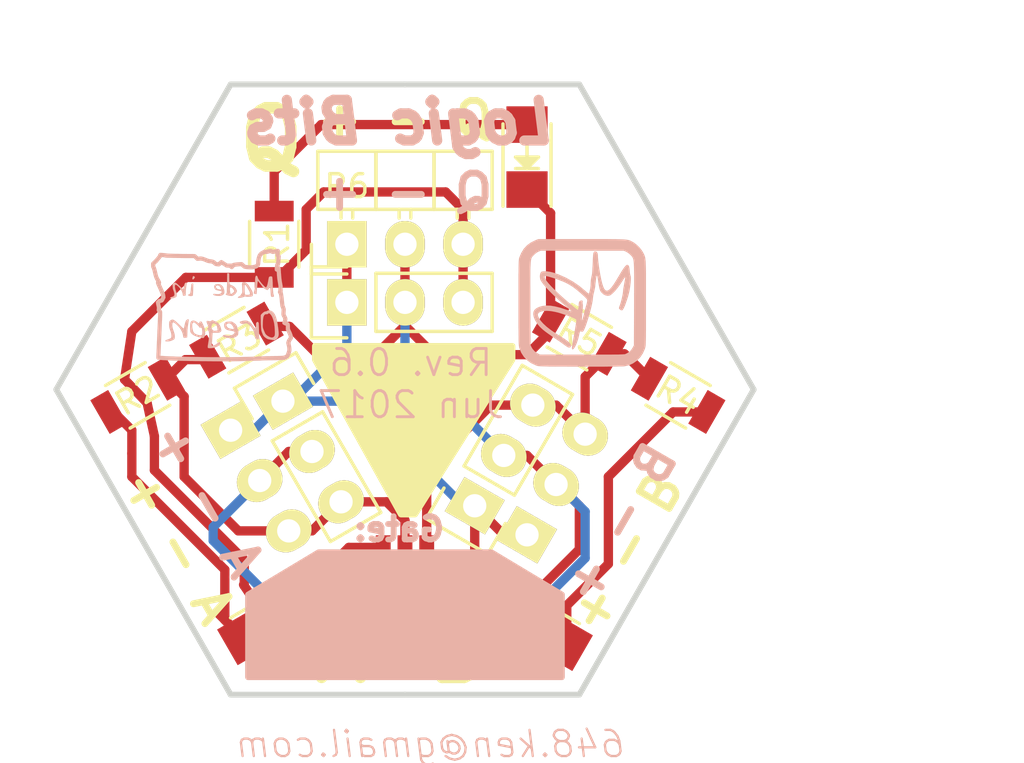
<source format=kicad_pcb>
(kicad_pcb (version 4) (host pcbnew 4.0.4-stable)

  (general
    (links 31)
    (no_connects 0)
    (area 121.80013 79.294999 166.464572 112.9784)
    (thickness 1.6)
    (drawings 14)
    (tracks 117)
    (zones 0)
    (modules 18)
    (nets 9)
  )

  (page A4)
  (layers
    (0 F.Cu signal)
    (31 B.Cu signal)
    (32 B.Adhes user)
    (33 F.Adhes user)
    (34 B.Paste user)
    (35 F.Paste user)
    (36 B.SilkS user)
    (37 F.SilkS user)
    (38 B.Mask user)
    (39 F.Mask user)
    (40 Dwgs.User user)
    (41 Cmts.User user)
    (42 Eco1.User user)
    (43 Eco2.User user hide)
    (44 Edge.Cuts user)
    (45 Margin user hide)
    (46 B.CrtYd user hide)
    (47 F.CrtYd user)
    (48 B.Fab user hide)
    (49 F.Fab user hide)
  )

  (setup
    (last_trace_width 0.25)
    (user_trace_width 0.254)
    (user_trace_width 0.3048)
    (user_trace_width 0.4064)
    (user_trace_width 0.6096)
    (trace_clearance 0.2)
    (zone_clearance 0.508)
    (zone_45_only no)
    (trace_min 0.2)
    (segment_width 0.381)
    (edge_width 0.1)
    (via_size 0.6)
    (via_drill 0.4)
    (via_min_size 0.4)
    (via_min_drill 0.3)
    (uvia_size 0.3)
    (uvia_drill 0.1)
    (uvias_allowed no)
    (uvia_min_size 0.2)
    (uvia_min_drill 0.1)
    (pcb_text_width 0.3)
    (pcb_text_size 1.5 1.5)
    (mod_edge_width 0.15)
    (mod_text_size 1 1)
    (mod_text_width 0.15)
    (pad_size 2.032 2.032)
    (pad_drill 1.016)
    (pad_to_mask_clearance 0)
    (aux_axis_origin 0 0)
    (visible_elements 7FFFFFFF)
    (pcbplotparams
      (layerselection 0x010f0_80000001)
      (usegerberextensions false)
      (excludeedgelayer true)
      (linewidth 0.100000)
      (plotframeref false)
      (viasonmask false)
      (mode 1)
      (useauxorigin false)
      (hpglpennumber 1)
      (hpglpenspeed 20)
      (hpglpendiameter 15)
      (hpglpenoverlay 2)
      (psnegative false)
      (psa4output false)
      (plotreference true)
      (plotvalue true)
      (plotinvisibletext false)
      (padsonsilk false)
      (subtractmaskfromsilk false)
      (outputformat 1)
      (mirror false)
      (drillshape 0)
      (scaleselection 1)
      (outputdirectory gerber/))
  )

  (net 0 "")
  (net 1 GND)
  (net 2 "Net-(D1-Pad2)")
  (net 3 +5V)
  (net 4 "Net-(D2-Pad2)")
  (net 5 "Net-(D4-Pad2)")
  (net 6 "Net-(P2-Pad3)")
  (net 7 "Net-(P4-Pad3)")
  (net 8 "Net-(P6-Pad3)")

  (net_class Default "This is the default net class."
    (clearance 0.2)
    (trace_width 0.25)
    (via_dia 0.6)
    (via_drill 0.4)
    (uvia_dia 0.3)
    (uvia_drill 0.1)
    (add_net +5V)
    (add_net GND)
    (add_net "Net-(D1-Pad2)")
    (add_net "Net-(D2-Pad2)")
    (add_net "Net-(D4-Pad2)")
    (add_net "Net-(P2-Pad3)")
    (add_net "Net-(P4-Pad3)")
    (add_net "Net-(P6-Pad3)")
  )

  (module Socket_Strips:Socket_Strip_Angled_1x03 (layer F.Cu) (tedit 594C9B1F) (tstamp 59131FDE)
    (at 145.034 102.87 60)
    (descr "Through hole socket strip")
    (tags "socket strip")
    (path /566DDF25)
    (fp_text reference P4 (at 0.145236 4.315557 60) (layer F.SilkS) hide
      (effects (font (size 1 1) (thickness 0.15)))
    )
    (fp_text value JMP_IN (at 0 -2.75 60) (layer F.Fab)
      (effects (font (size 1 1) (thickness 0.15)))
    )
    (fp_line (start -1.75 -1.5) (end -1.75 10.6) (layer F.CrtYd) (width 0.05))
    (fp_line (start 6.85 -1.5) (end 6.85 10.6) (layer F.CrtYd) (width 0.05))
    (fp_line (start -1.75 -1.5) (end 6.85 -1.5) (layer F.CrtYd) (width 0.05))
    (fp_line (start -1.75 10.6) (end 6.85 10.6) (layer F.CrtYd) (width 0.05))
    (pad 1 thru_hole rect (at 0 0 60) (size 1.7272 2.032) (drill 1.016) (layers *.Cu *.Mask F.SilkS)
      (net 3 +5V))
    (pad 2 thru_hole oval (at 2.54 0 60) (size 1.7272 2.032) (drill 1.016) (layers *.Cu *.Mask F.SilkS)
      (net 1 GND))
    (pad 3 thru_hole oval (at 5.08 0 60) (size 1.7272 2.032) (drill 1.016) (layers *.Cu *.Mask F.SilkS)
      (net 7 "Net-(P4-Pad3)"))
    (model Socket_Strips.3dshapes/Socket_Strip_Angled_1x03.wrl
      (at (xyz 0.1 0 0))
      (scale (xyz 1 1 1))
      (rotate (xyz 0 0 180))
    )
  )

  (module Socket_Strips:Socket_Strip_Angled_1x03 (layer F.Cu) (tedit 594C9AF1) (tstamp 59131FD0)
    (at 132.08 98.298 300)
    (descr "Through hole socket strip")
    (tags "socket strip")
    (path /566DEE5D)
    (fp_text reference P2 (at -0.018236 4.095586 300) (layer F.SilkS) hide
      (effects (font (size 1 1) (thickness 0.15)))
    )
    (fp_text value JMP_IN (at 0 -2.75 300) (layer F.Fab)
      (effects (font (size 1 1) (thickness 0.15)))
    )
    (fp_line (start -1.75 -1.5) (end -1.75 10.6) (layer F.CrtYd) (width 0.05))
    (fp_line (start 6.85 -1.5) (end 6.85 10.6) (layer F.CrtYd) (width 0.05))
    (fp_line (start -1.75 -1.5) (end 6.85 -1.5) (layer F.CrtYd) (width 0.05))
    (fp_line (start -1.75 10.6) (end 6.85 10.6) (layer F.CrtYd) (width 0.05))
    (pad 1 thru_hole rect (at 0 0 300) (size 1.7272 2.032) (drill 1.016) (layers *.Cu *.Mask F.SilkS)
      (net 3 +5V))
    (pad 2 thru_hole oval (at 2.54 0 300) (size 1.7272 2.032) (drill 1.016) (layers *.Cu *.Mask F.SilkS)
      (net 1 GND))
    (pad 3 thru_hole oval (at 5.08 0 300) (size 1.7272 2.032) (drill 1.016) (layers *.Cu *.Mask F.SilkS)
      (net 6 "Net-(P2-Pad3)"))
    (model Socket_Strips.3dshapes/Socket_Strip_Angled_1x03.wrl
      (at (xyz 0.1 0 0))
      (scale (xyz 1 1 1))
      (rotate (xyz 0 0 180))
    )
  )

  (module Pin_Headers:Pin_Header_Angled_1x03 (layer F.Cu) (tedit 5912998A) (tstamp 566DBE72)
    (at 137.16 90.17 90)
    (descr "Through hole pin header")
    (tags "pin header")
    (path /566DEFAD)
    (fp_text reference P6 (at 2.54 0 180) (layer F.SilkS)
      (effects (font (size 1 1) (thickness 0.15)))
    )
    (fp_text value JMP_OUT (at 0 -3.1 90) (layer F.Fab)
      (effects (font (size 1 1) (thickness 0.15)))
    )
    (fp_line (start -1.5 -1.75) (end -1.5 6.85) (layer F.CrtYd) (width 0.05))
    (fp_line (start 10.65 -1.75) (end 10.65 6.85) (layer F.CrtYd) (width 0.05))
    (fp_line (start -1.5 -1.75) (end 10.65 -1.75) (layer F.CrtYd) (width 0.05))
    (fp_line (start -1.5 6.85) (end 10.65 6.85) (layer F.CrtYd) (width 0.05))
    (fp_line (start -1.3 -1.55) (end -1.3 0) (layer F.SilkS) (width 0.15))
    (fp_line (start 0 -1.55) (end -1.3 -1.55) (layer F.SilkS) (width 0.15))
    (fp_line (start 1.524 -0.254) (end 1.143 -0.254) (layer F.SilkS) (width 0.15))
    (fp_line (start 1.524 0.254) (end 1.143 0.254) (layer F.SilkS) (width 0.15))
    (fp_line (start 1.524 2.286) (end 1.143 2.286) (layer F.SilkS) (width 0.15))
    (fp_line (start 1.524 2.794) (end 1.143 2.794) (layer F.SilkS) (width 0.15))
    (fp_line (start 1.524 4.826) (end 1.143 4.826) (layer F.SilkS) (width 0.15))
    (fp_line (start 1.524 5.334) (end 1.143 5.334) (layer F.SilkS) (width 0.15))
    (fp_line (start 4.064 1.27) (end 4.064 -1.27) (layer F.SilkS) (width 0.15))
    (fp_line (start 1.524 1.27) (end 4.064 1.27) (layer F.SilkS) (width 0.15))
    (fp_line (start 1.524 -1.27) (end 1.524 1.27) (layer F.SilkS) (width 0.15))
    (fp_line (start 1.524 -1.27) (end 4.064 -1.27) (layer F.SilkS) (width 0.15))
    (fp_line (start 1.524 3.81) (end 4.064 3.81) (layer F.SilkS) (width 0.15))
    (fp_line (start 1.524 3.81) (end 1.524 6.35) (layer F.SilkS) (width 0.15))
    (fp_line (start 4.064 6.35) (end 4.064 3.81) (layer F.SilkS) (width 0.15))
    (fp_line (start 4.064 3.81) (end 4.064 1.27) (layer F.SilkS) (width 0.15))
    (fp_line (start 1.524 3.81) (end 4.064 3.81) (layer F.SilkS) (width 0.15))
    (fp_line (start 1.524 1.27) (end 1.524 3.81) (layer F.SilkS) (width 0.15))
    (fp_line (start 1.524 1.27) (end 4.064 1.27) (layer F.SilkS) (width 0.15))
    (fp_line (start 1.524 6.35) (end 4.064 6.35) (layer F.SilkS) (width 0.15))
    (pad 1 thru_hole rect (at 0 0 90) (size 2.032 1.7272) (drill 1.016) (layers *.Cu *.Mask F.SilkS)
      (net 3 +5V))
    (pad 2 thru_hole oval (at 0 2.54 90) (size 2.032 1.7272) (drill 1.016) (layers *.Cu *.Mask F.SilkS)
      (net 1 GND))
    (pad 3 thru_hole oval (at 0 5.08 90) (size 2.032 1.7272) (drill 1.016) (layers *.Cu *.Mask F.SilkS)
      (net 8 "Net-(P6-Pad3)"))
    (model Pin_Headers.3dshapes/Pin_Header_Angled_1x03.wrl
      (at (xyz 0 -0.1 0))
      (scale (xyz 1 1 1))
      (rotate (xyz 0 0 90))
    )
  )

  (module myFootPrints:myHex (layer F.Cu) (tedit 56805A66) (tstamp 566E055E)
    (at 139.7 96.52)
    (fp_text reference REF** (at 0 0.5) (layer F.Fab) hide
      (effects (font (size 1 1) (thickness 0.15)))
    )
    (fp_text value myHex (at 5.08 13.97) (layer Dwgs.User) hide
      (effects (font (size 1 1) (thickness 0.15)))
    )
    (fp_line (start -15.24 0) (end -7.62 -13.335) (layer Edge.Cuts) (width 0.254))
    (fp_line (start 7.62 -13.335) (end 15.24 0) (layer Edge.Cuts) (width 0.254))
    (fp_line (start 7.62 13.335) (end 15.24 0) (layer Edge.Cuts) (width 0.254))
    (fp_line (start -15.24 0) (end -7.62 13.335) (layer Edge.Cuts) (width 0.254))
    (fp_line (start 0 13.335) (end 7.62 13.335) (layer Edge.Cuts) (width 0.254))
    (fp_line (start 0 13.335) (end -7.62 13.335) (layer Edge.Cuts) (width 0.254))
    (fp_line (start 0 -13.335) (end 7.62 -13.335) (layer Edge.Cuts) (width 0.254))
    (fp_line (start 0 -13.335) (end -7.62 -13.335) (layer Edge.Cuts) (width 0.254))
  )

  (module myFootPrints:MadeInOregonRev25 (layer F.Cu) (tedit 56805949) (tstamp 566E1B71)
    (at 131.699 92.837)
    (fp_text reference VAL (at 0 0) (layer F.SilkS) hide
      (effects (font (size 1.143 1.143) (thickness 0.1778)))
    )
    (fp_text value MadeInOregonRev25 (at 0 12.7) (layer F.SilkS) hide
      (effects (font (size 1.143 1.143) (thickness 0.1778)))
    )
    (fp_poly (pts (xy -3.09626 -1.76022) (xy -3.09626 -1.72212) (xy -3.09372 -1.69672) (xy -3.09118 -1.67386)
      (xy -3.0861 -1.65608) (xy -3.07594 -1.63576) (xy -3.0734 -1.62814) (xy -3.0607 -1.6002)
      (xy -3.05054 -1.5748) (xy -3.04038 -1.54432) (xy -3.03022 -1.50876) (xy -3.02006 -1.46304)
      (xy -3.00736 -1.4097) (xy -3.00228 -1.39192) (xy -2.98704 -1.31826) (xy -2.96926 -1.2573)
      (xy -2.95402 -1.20396) (xy -2.9337 -1.15824) (xy -2.91338 -1.1176) (xy -2.91338 -1.74752)
      (xy -2.91338 -1.76276) (xy -2.91084 -1.77546) (xy -2.90322 -1.78816) (xy -2.89052 -1.8034)
      (xy -2.86766 -1.82118) (xy -2.8575 -1.83134) (xy -2.82956 -1.8542) (xy -2.80416 -1.8796)
      (xy -2.78638 -1.90246) (xy -2.77876 -1.91008) (xy -2.76606 -1.92786) (xy -2.74574 -1.95326)
      (xy -2.72034 -1.98374) (xy -2.69494 -2.01422) (xy -2.6924 -2.01676) (xy -2.66954 -2.0447)
      (xy -2.64922 -2.0701) (xy -2.63652 -2.08788) (xy -2.6289 -2.09804) (xy -2.6289 -2.10058)
      (xy -2.62382 -2.10566) (xy -2.60604 -2.10566) (xy -2.58064 -2.10566) (xy -2.55016 -2.10058)
      (xy -2.51968 -2.0955) (xy -2.50952 -2.09296) (xy -2.49682 -2.09042) (xy -2.48412 -2.08534)
      (xy -2.46888 -2.08534) (xy -2.4511 -2.0828) (xy -2.4257 -2.08026) (xy -2.39268 -2.07772)
      (xy -2.35458 -2.07772) (xy -2.30632 -2.07518) (xy -2.2479 -2.07518) (xy -2.17678 -2.07264)
      (xy -2.09296 -2.0701) (xy -2.03962 -2.0701) (xy -1.95326 -2.06756) (xy -1.8669 -2.06756)
      (xy -1.78054 -2.06502) (xy -1.69672 -2.06502) (xy -1.61798 -2.06248) (xy -1.54686 -2.06248)
      (xy -1.48336 -2.06248) (xy -1.4351 -2.06248) (xy -1.4224 -2.06248) (xy -1.22936 -2.06248)
      (xy -1.1684 -2.00152) (xy -1.10744 -1.9431) (xy -1.0668 -1.9431) (xy -1.03886 -1.9431)
      (xy -1.0033 -1.94564) (xy -0.97536 -1.95072) (xy -0.94234 -1.95326) (xy -0.91186 -1.95072)
      (xy -0.87884 -1.94564) (xy -0.8382 -1.93548) (xy -0.79248 -1.9177) (xy -0.7366 -1.89484)
      (xy -0.72136 -1.88976) (xy -0.67818 -1.86944) (xy -0.64516 -1.85674) (xy -0.61722 -1.84912)
      (xy -0.59182 -1.84404) (xy -0.56388 -1.83896) (xy -0.5461 -1.83642) (xy -0.50038 -1.83134)
      (xy -0.46482 -1.82626) (xy -0.43688 -1.81864) (xy -0.41656 -1.80848) (xy -0.39624 -1.79578)
      (xy -0.37592 -1.77546) (xy -0.37338 -1.77292) (xy -0.35052 -1.7526) (xy -0.32512 -1.73482)
      (xy -0.30734 -1.72212) (xy -0.30734 -1.72212) (xy -0.28702 -1.71704) (xy -0.25654 -1.71196)
      (xy -0.22098 -1.70434) (xy -0.18288 -1.7018) (xy -0.14986 -1.69672) (xy -0.12446 -1.69672)
      (xy -0.10922 -1.69926) (xy -0.09652 -1.70688) (xy -0.07366 -1.71958) (xy -0.05334 -1.73736)
      (xy -0.03048 -1.75768) (xy -0.01524 -1.7653) (xy -0.00508 -1.76784) (xy 0 -1.7653)
      (xy 0.01016 -1.75768) (xy 0.03048 -1.74498) (xy 0.05842 -1.7272) (xy 0.0889 -1.70688)
      (xy 0.09652 -1.7018) (xy 0.18288 -1.64846) (xy 0.25908 -1.64592) (xy 0.29464 -1.64338)
      (xy 0.3175 -1.64084) (xy 0.3302 -1.6383) (xy 0.34036 -1.63322) (xy 0.34544 -1.6256)
      (xy 0.34798 -1.62052) (xy 0.3683 -1.59766) (xy 0.39624 -1.58242) (xy 0.42672 -1.5748)
      (xy 0.4318 -1.5748) (xy 0.45974 -1.58242) (xy 0.48768 -1.6002) (xy 0.51562 -1.63068)
      (xy 0.52578 -1.64338) (xy 0.53848 -1.65608) (xy 0.5461 -1.66624) (xy 0.55626 -1.67386)
      (xy 0.56896 -1.68148) (xy 0.58928 -1.68402) (xy 0.61468 -1.6891) (xy 0.65278 -1.69418)
      (xy 0.70104 -1.69672) (xy 0.71628 -1.69926) (xy 0.8255 -1.70942) (xy 0.85598 -1.68148)
      (xy 0.89154 -1.64846) (xy 0.9271 -1.62306) (xy 0.95758 -1.60274) (xy 0.96774 -1.59766)
      (xy 0.9906 -1.59258) (xy 1.02362 -1.5875) (xy 1.0668 -1.58242) (xy 1.11252 -1.57734)
      (xy 1.16332 -1.57226) (xy 1.21158 -1.56972) (xy 1.2573 -1.56972) (xy 1.25984 -1.56972)
      (xy 1.3081 -1.56972) (xy 1.35128 -1.5748) (xy 1.39446 -1.57988) (xy 1.44272 -1.59004)
      (xy 1.48844 -1.6002) (xy 1.52146 -1.61036) (xy 1.54686 -1.62306) (xy 1.56972 -1.63576)
      (xy 1.59258 -1.65608) (xy 1.61798 -1.68148) (xy 1.63576 -1.7018) (xy 1.651 -1.72212)
      (xy 1.65862 -1.74498) (xy 1.66624 -1.77292) (xy 1.67386 -1.80848) (xy 1.6764 -1.85166)
      (xy 1.68148 -1.90246) (xy 1.6891 -1.9812) (xy 1.7018 -2.04978) (xy 1.72212 -2.10566)
      (xy 1.74752 -2.15138) (xy 1.75006 -2.15646) (xy 1.77546 -2.18186) (xy 1.81356 -2.2098)
      (xy 1.82626 -2.21742) (xy 1.8542 -2.23012) (xy 1.87706 -2.24028) (xy 1.89484 -2.24282)
      (xy 1.9177 -2.24282) (xy 1.92024 -2.24282) (xy 1.95834 -2.24282) (xy 2.00152 -2.25044)
      (xy 2.032 -2.25806) (xy 2.0701 -2.27076) (xy 2.09804 -2.27584) (xy 2.11582 -2.27838)
      (xy 2.13106 -2.2733) (xy 2.1463 -2.26822) (xy 2.15392 -2.26314) (xy 2.1844 -2.2479)
      (xy 2.22758 -2.24282) (xy 2.27584 -2.2479) (xy 2.29108 -2.25298) (xy 2.31394 -2.25806)
      (xy 2.33426 -2.26314) (xy 2.34188 -2.26314) (xy 2.34188 -2.25806) (xy 2.34442 -2.23774)
      (xy 2.34442 -2.21488) (xy 2.34442 -2.21234) (xy 2.34442 -2.1844) (xy 2.34696 -2.16408)
      (xy 2.35204 -2.1463) (xy 2.36474 -2.12852) (xy 2.3876 -2.0955) (xy 2.37998 -1.97612)
      (xy 2.37744 -1.9304) (xy 2.37236 -1.89738) (xy 2.36982 -1.87198) (xy 2.36474 -1.8542)
      (xy 2.35966 -1.83896) (xy 2.35204 -1.82372) (xy 2.34696 -1.8161) (xy 2.33172 -1.78562)
      (xy 2.3241 -1.75768) (xy 2.3241 -1.73736) (xy 2.32156 -1.70942) (xy 2.31902 -1.68656)
      (xy 2.31648 -1.67894) (xy 2.31394 -1.66116) (xy 2.30886 -1.63576) (xy 2.30886 -1.60274)
      (xy 2.30886 -1.59004) (xy 2.30886 -1.55702) (xy 2.30886 -1.5367) (xy 2.31394 -1.52146)
      (xy 2.32156 -1.5113) (xy 2.33172 -1.4986) (xy 2.33426 -1.49606) (xy 2.35458 -1.48082)
      (xy 2.3749 -1.4732) (xy 2.37744 -1.47066) (xy 2.3876 -1.47066) (xy 2.39268 -1.46558)
      (xy 2.39776 -1.45034) (xy 2.4003 -1.42494) (xy 2.40284 -1.39192) (xy 2.40538 -1.35382)
      (xy 2.40538 -1.33096) (xy 2.40792 -1.28778) (xy 2.413 -1.2319) (xy 2.42062 -1.16078)
      (xy 2.43332 -1.07442) (xy 2.4511 -0.97536) (xy 2.4511 -0.96774) (xy 2.45872 -0.92456)
      (xy 2.4638 -0.88392) (xy 2.46888 -0.85344) (xy 2.47142 -0.83058) (xy 2.47396 -0.82296)
      (xy 2.47396 -0.81026) (xy 2.47142 -0.7874) (xy 2.47142 -0.75692) (xy 2.46888 -0.72644)
      (xy 2.46888 -0.69342) (xy 2.46634 -0.66294) (xy 2.4638 -0.64262) (xy 2.46126 -0.635)
      (xy 2.4511 -0.6096) (xy 2.44856 -0.57912) (xy 2.4511 -0.54864) (xy 2.46126 -0.52324)
      (xy 2.4765 -0.51054) (xy 2.48412 -0.49784) (xy 2.49174 -0.47244) (xy 2.5019 -0.4318)
      (xy 2.50952 -0.37592) (xy 2.51968 -0.30734) (xy 2.5273 -0.2286) (xy 2.53238 -0.16764)
      (xy 2.53746 -0.1143) (xy 2.54254 -0.0635) (xy 2.54762 -0.02032) (xy 2.5527 0.01524)
      (xy 2.55524 0.04064) (xy 2.55778 0.05334) (xy 2.56794 0.07366) (xy 2.5781 0.1016)
      (xy 2.58826 0.127) (xy 2.59588 0.14732) (xy 2.6035 0.16256) (xy 2.60604 0.18034)
      (xy 2.60858 0.20066) (xy 2.60858 0.22606) (xy 2.60604 0.25908) (xy 2.6035 0.3048)
      (xy 2.6035 0.32512) (xy 2.60096 0.37084) (xy 2.60096 0.4064) (xy 2.60604 0.43434)
      (xy 2.61366 0.45974) (xy 2.62636 0.48768) (xy 2.64668 0.5207) (xy 2.66446 0.5588)
      (xy 2.67462 0.58674) (xy 2.6797 0.61468) (xy 2.67462 0.64262) (xy 2.66446 0.68072)
      (xy 2.65938 0.69088) (xy 2.64668 0.72898) (xy 2.63906 0.75946) (xy 2.63906 0.77978)
      (xy 2.6416 0.79756) (xy 2.64922 0.8128) (xy 2.64922 0.81534) (xy 2.66446 0.83058)
      (xy 2.68986 0.84836) (xy 2.72034 0.86614) (xy 2.75336 0.87884) (xy 2.77368 0.88646)
      (xy 2.794 0.89154) (xy 2.794 0.98044) (xy 2.794 1.07188) (xy 2.82448 1.13538)
      (xy 2.8575 1.20396) (xy 2.8829 1.26238) (xy 2.90322 1.31064) (xy 2.91592 1.3462)
      (xy 2.921 1.36652) (xy 2.92354 1.3843) (xy 2.92354 1.39954) (xy 2.91592 1.41478)
      (xy 2.90068 1.4351) (xy 2.90068 1.43764) (xy 2.87274 1.47828) (xy 2.84988 1.51638)
      (xy 2.8321 1.5621) (xy 2.82448 1.59004) (xy 2.80924 1.64338) (xy 2.8321 1.74244)
      (xy 2.84734 1.80848) (xy 2.85496 1.86182) (xy 2.86004 1.90754) (xy 2.86004 1.94818)
      (xy 2.85242 1.98628) (xy 2.84226 2.02438) (xy 2.84226 2.02438) (xy 2.82702 2.06756)
      (xy 2.81432 2.10566) (xy 2.79908 2.13868) (xy 2.78892 2.16154) (xy 2.77876 2.1717)
      (xy 2.77876 2.17424) (xy 2.7686 2.17678) (xy 2.74828 2.1844) (xy 2.74066 2.18948)
      (xy 2.7178 2.1971) (xy 2.68224 2.20472) (xy 2.63398 2.2098) (xy 2.57302 2.21234)
      (xy 2.49682 2.21488) (xy 2.40792 2.21742) (xy 2.30632 2.21742) (xy 2.29616 2.21742)
      (xy 2.24028 2.21996) (xy 2.17424 2.21996) (xy 2.10058 2.2225) (xy 2.02184 2.2225)
      (xy 1.9431 2.22504) (xy 1.86944 2.23012) (xy 1.84912 2.23012) (xy 1.6129 2.23774)
      (xy 1.38684 2.2479) (xy 1.16332 2.25298) (xy 0.9398 2.25806) (xy 0.71882 2.26314)
      (xy 0.4953 2.26568) (xy 0.26924 2.26822) (xy 0.03556 2.26822) (xy -0.2032 2.26822)
      (xy -0.45466 2.26822) (xy -0.71628 2.26568) (xy -0.84836 2.26314) (xy -1.03378 2.2606)
      (xy -1.20396 2.25806) (xy -1.36144 2.25552) (xy -1.50622 2.25298) (xy -1.64084 2.25044)
      (xy -1.7653 2.2479) (xy -1.88214 2.24536) (xy -1.98882 2.24282) (xy -2.08788 2.23774)
      (xy -2.17932 2.2352) (xy -2.26822 2.23266) (xy -2.35204 2.22758) (xy -2.39776 2.22504)
      (xy -2.46126 2.2225) (xy -2.51968 2.21742) (xy -2.57302 2.21488) (xy -2.61874 2.21234)
      (xy -2.65176 2.2098) (xy -2.67462 2.2098) (xy -2.68732 2.2098) (xy -2.68732 2.2098)
      (xy -2.68732 2.20218) (xy -2.68478 2.17932) (xy -2.68478 2.1463) (xy -2.68224 2.09804)
      (xy -2.6797 2.03962) (xy -2.67716 1.97104) (xy -2.67208 1.8923) (xy -2.66954 1.80594)
      (xy -2.66446 1.70942) (xy -2.65938 1.60782) (xy -2.65684 1.50114) (xy -2.65176 1.38684)
      (xy -2.64414 1.27) (xy -2.64414 1.25476) (xy -2.63906 1.11506) (xy -2.63398 0.98806)
      (xy -2.6289 0.87376) (xy -2.62382 0.77216) (xy -2.61874 0.68326) (xy -2.6162 0.60452)
      (xy -2.61366 0.53848) (xy -2.61112 0.47752) (xy -2.61112 0.42926) (xy -2.61112 0.38608)
      (xy -2.61112 0.35306) (xy -2.61112 0.32258) (xy -2.61112 0.29972) (xy -2.61366 0.28194)
      (xy -2.6162 0.2667) (xy -2.61874 0.25654) (xy -2.62128 0.24638) (xy -2.62636 0.23876)
      (xy -2.63144 0.23368) (xy -2.63652 0.22606) (xy -2.6416 0.21844) (xy -2.6543 0.2032)
      (xy -2.66192 0.18796) (xy -2.66446 0.17272) (xy -2.66192 0.14732) (xy -2.66192 0.13716)
      (xy -2.66192 0.1016) (xy -2.66446 0.06858) (xy -2.67462 0.02794) (xy -2.67462 0.0254)
      (xy -2.68732 -0.01778) (xy -2.69494 -0.04826) (xy -2.69748 -0.07112) (xy -2.69748 -0.08382)
      (xy -2.69494 -0.09398) (xy -2.68732 -0.09906) (xy -2.68732 -0.1016) (xy -2.66954 -0.10668)
      (xy -2.64668 -0.1143) (xy -2.63652 -0.1143) (xy -2.60858 -0.12192) (xy -2.58572 -0.13208)
      (xy -2.5654 -0.14732) (xy -2.54762 -0.17018) (xy -2.52476 -0.20574) (xy -2.50698 -0.2413)
      (xy -2.4638 -0.3302) (xy -2.47142 -0.40894) (xy -2.4765 -0.43942) (xy -2.48158 -0.46736)
      (xy -2.4892 -0.49276) (xy -2.49682 -0.5207) (xy -2.50952 -0.55626) (xy -2.52984 -0.59944)
      (xy -2.53492 -0.61214) (xy -2.55524 -0.66294) (xy -2.5781 -0.71374) (xy -2.60096 -0.76708)
      (xy -2.62128 -0.8128) (xy -2.63144 -0.83058) (xy -2.64668 -0.86868) (xy -2.65938 -0.89662)
      (xy -2.667 -0.91694) (xy -2.66954 -0.92964) (xy -2.667 -0.9398) (xy -2.667 -0.94996)
      (xy -2.65938 -0.97536) (xy -2.65938 -1.00584) (xy -2.66954 -1.03886) (xy -2.68732 -1.0795)
      (xy -2.71272 -1.12776) (xy -2.71526 -1.1303) (xy -2.73812 -1.17094) (xy -2.75844 -1.2065)
      (xy -2.77368 -1.23698) (xy -2.78384 -1.26746) (xy -2.79654 -1.30048) (xy -2.8067 -1.34112)
      (xy -2.81686 -1.38684) (xy -2.82702 -1.43256) (xy -2.84226 -1.49606) (xy -2.85496 -1.54686)
      (xy -2.86512 -1.5875) (xy -2.87528 -1.62052) (xy -2.88544 -1.64846) (xy -2.89306 -1.67132)
      (xy -2.90068 -1.68148) (xy -2.9083 -1.70942) (xy -2.91338 -1.7399) (xy -2.91338 -1.74752)
      (xy -2.91338 -1.1176) (xy -2.91084 -1.11506) (xy -2.90576 -1.09982) (xy -2.88798 -1.07188)
      (xy -2.87782 -1.04902) (xy -2.87274 -1.03632) (xy -2.87274 -1.02616) (xy -2.87782 -1.016)
      (xy -2.88036 -0.99822) (xy -2.8829 -0.98044) (xy -2.87782 -0.95758) (xy -2.8702 -0.92964)
      (xy -2.85496 -0.89408) (xy -2.83464 -0.84582) (xy -2.8194 -0.81534) (xy -2.78384 -0.73406)
      (xy -2.74828 -0.65786) (xy -2.72034 -0.58928) (xy -2.69494 -0.52832) (xy -2.67462 -0.47752)
      (xy -2.66192 -0.43688) (xy -2.6543 -0.40894) (xy -2.6543 -0.4064) (xy -2.64922 -0.37846)
      (xy -2.65176 -0.36068) (xy -2.65684 -0.34036) (xy -2.66446 -0.32766) (xy -2.67462 -0.30734)
      (xy -2.68732 -0.29464) (xy -2.70256 -0.28702) (xy -2.72542 -0.28194) (xy -2.73812 -0.2794)
      (xy -2.75336 -0.27686) (xy -2.77114 -0.2667) (xy -2.78892 -0.25146) (xy -2.81686 -0.22606)
      (xy -2.82448 -0.2159) (xy -2.84988 -0.1905) (xy -2.86766 -0.17272) (xy -2.87782 -0.16002)
      (xy -2.8829 -0.14732) (xy -2.8829 -0.13208) (xy -2.8829 -0.12192) (xy -2.88036 -0.06858)
      (xy -2.86766 -0.00762) (xy -2.85242 0.05588) (xy -2.8448 0.08382) (xy -2.84226 0.10668)
      (xy -2.84226 0.12954) (xy -2.8448 0.16002) (xy -2.84734 0.1651) (xy -2.84988 0.19812)
      (xy -2.84988 0.22606) (xy -2.84226 0.24892) (xy -2.82448 0.27686) (xy -2.8067 0.29972)
      (xy -2.78384 0.32766) (xy -2.82702 1.3081) (xy -2.8321 1.42748) (xy -2.83718 1.54432)
      (xy -2.84226 1.65608) (xy -2.84734 1.76276) (xy -2.84988 1.86182) (xy -2.85496 1.95326)
      (xy -2.8575 2.03708) (xy -2.86004 2.11074) (xy -2.86258 2.17424) (xy -2.86512 2.22758)
      (xy -2.86512 2.26822) (xy -2.86512 2.29616) (xy -2.86512 2.3114) (xy -2.86512 2.3114)
      (xy -2.85496 2.3368) (xy -2.83464 2.35966) (xy -2.81178 2.3749) (xy -2.8067 2.37744)
      (xy -2.794 2.37998) (xy -2.76606 2.38252) (xy -2.72796 2.38506) (xy -2.6797 2.39014)
      (xy -2.62128 2.39268) (xy -2.55778 2.39776) (xy -2.48412 2.4003) (xy -2.40792 2.40538)
      (xy -2.32664 2.40792) (xy -2.24536 2.413) (xy -2.16154 2.41554) (xy -2.08026 2.41808)
      (xy -1.99898 2.42062) (xy -1.92278 2.42316) (xy -1.85166 2.4257) (xy -1.80848 2.42824)
      (xy -1.74752 2.42824) (xy -1.67386 2.43078) (xy -1.59004 2.43078) (xy -1.4986 2.43332)
      (xy -1.397 2.43586) (xy -1.29032 2.43586) (xy -1.1811 2.4384) (xy -1.0668 2.4384)
      (xy -0.95504 2.44094) (xy -0.84582 2.44348) (xy -0.80264 2.44348) (xy -0.70104 2.44348)
      (xy -0.59944 2.44602) (xy -0.50038 2.44602) (xy -0.40386 2.44856) (xy -0.31496 2.44856)
      (xy -0.23114 2.44856) (xy -0.15748 2.4511) (xy -0.09398 2.4511) (xy -0.04064 2.4511)
      (xy 0 2.4511) (xy 0.02286 2.4511) (xy 0.05842 2.4511) (xy 0.10922 2.4511)
      (xy 0.17018 2.4511) (xy 0.2413 2.4511) (xy 0.3175 2.4511) (xy 0.39878 2.44856)
      (xy 0.4826 2.44856) (xy 0.56642 2.44602) (xy 0.60198 2.44602) (xy 0.75692 2.44348)
      (xy 0.90678 2.4384) (xy 1.0541 2.43586) (xy 1.1938 2.43078) (xy 1.32588 2.42824)
      (xy 1.45034 2.42316) (xy 1.56464 2.42062) (xy 1.66624 2.41808) (xy 1.7526 2.413)
      (xy 1.77038 2.413) (xy 1.82626 2.41046) (xy 1.8923 2.40792) (xy 1.96342 2.40792)
      (xy 2.03454 2.40538) (xy 2.10312 2.40538) (xy 2.12852 2.40538) (xy 2.19456 2.40538)
      (xy 2.26822 2.40284) (xy 2.3495 2.40284) (xy 2.42824 2.39776) (xy 2.50444 2.39522)
      (xy 2.54254 2.39522) (xy 2.75844 2.38252) (xy 2.82956 2.3495) (xy 2.86258 2.33172)
      (xy 2.88798 2.31902) (xy 2.90576 2.30632) (xy 2.91084 2.30124) (xy 2.92608 2.28092)
      (xy 2.94132 2.25044) (xy 2.96164 2.2098) (xy 2.97942 2.16662) (xy 2.9972 2.12344)
      (xy 3.01244 2.08534) (xy 3.02514 2.0447) (xy 3.03276 2.01168) (xy 3.03784 1.98628)
      (xy 3.04038 1.9558) (xy 3.04038 1.93548) (xy 3.0353 1.86182) (xy 3.0226 1.778)
      (xy 3.00736 1.70434) (xy 2.99974 1.66878) (xy 2.99974 1.64084) (xy 3.00736 1.61036)
      (xy 3.0226 1.57734) (xy 3.04546 1.53924) (xy 3.0607 1.52146) (xy 3.08356 1.4859)
      (xy 3.0988 1.4605) (xy 3.10642 1.4351) (xy 3.10896 1.4097) (xy 3.10642 1.37668)
      (xy 3.0988 1.33858) (xy 3.09118 1.3081) (xy 3.07848 1.26746) (xy 3.0607 1.22174)
      (xy 3.04038 1.1684) (xy 3.01498 1.1176) (xy 2.99466 1.07442) (xy 2.98704 1.05664)
      (xy 2.97942 1.0414) (xy 2.97688 1.02362) (xy 2.97434 1.0033) (xy 2.97434 0.97282)
      (xy 2.97434 0.93218) (xy 2.97434 0.9271) (xy 2.9718 0.87884) (xy 2.96926 0.8382)
      (xy 2.96418 0.81026) (xy 2.95148 0.7874) (xy 2.9337 0.76708) (xy 2.90576 0.7493)
      (xy 2.86766 0.72898) (xy 2.84734 0.71882) (xy 2.84734 0.7112) (xy 2.84988 0.69342)
      (xy 2.85496 0.66802) (xy 2.8575 0.6604) (xy 2.86258 0.61468) (xy 2.86258 0.5842)
      (xy 2.86258 0.57658) (xy 2.84988 0.5334) (xy 2.82956 0.48768) (xy 2.8067 0.44196)
      (xy 2.79908 0.42926) (xy 2.79146 0.41656) (xy 2.78638 0.40386) (xy 2.7813 0.38862)
      (xy 2.7813 0.37084) (xy 2.7813 0.34798) (xy 2.7813 0.3175) (xy 2.78638 0.27432)
      (xy 2.79146 0.22098) (xy 2.79146 0.21844) (xy 2.79146 0.19304) (xy 2.79146 0.16764)
      (xy 2.78384 0.1397) (xy 2.77622 0.11176) (xy 2.76352 0.07874) (xy 2.75336 0.04826)
      (xy 2.7432 0.0254) (xy 2.74066 0.02032) (xy 2.73558 0.00762) (xy 2.7305 -0.0127)
      (xy 2.72796 -0.04064) (xy 2.72288 -0.07874) (xy 2.7178 -0.12954) (xy 2.71272 -0.1905)
      (xy 2.7051 -0.25908) (xy 2.69748 -0.32512) (xy 2.68986 -0.38862) (xy 2.6797 -0.44958)
      (xy 2.67208 -0.50292) (xy 2.66446 -0.5461) (xy 2.6543 -0.57658) (xy 2.65176 -0.58674)
      (xy 2.65176 -0.60452) (xy 2.6543 -0.6223) (xy 2.65684 -0.6477) (xy 2.65176 -0.68326)
      (xy 2.65176 -0.68326) (xy 2.64668 -0.71628) (xy 2.64922 -0.75184) (xy 2.65176 -0.76962)
      (xy 2.6543 -0.79248) (xy 2.65684 -0.8128) (xy 2.6543 -0.83566) (xy 2.65176 -0.8636)
      (xy 2.64414 -0.90424) (xy 2.6416 -0.91948) (xy 2.62382 -1.01346) (xy 2.61112 -1.09982)
      (xy 2.60096 -1.1811) (xy 2.59334 -1.26238) (xy 2.58572 -1.35128) (xy 2.58064 -1.42748)
      (xy 2.5781 -1.49352) (xy 2.57302 -1.54432) (xy 2.57048 -1.58496) (xy 2.5654 -1.61544)
      (xy 2.56286 -1.6383) (xy 2.55524 -1.65608) (xy 2.54762 -1.66878) (xy 2.53746 -1.6764)
      (xy 2.52984 -1.68402) (xy 2.51714 -1.69418) (xy 2.51206 -1.70688) (xy 2.5146 -1.72466)
      (xy 2.52222 -1.75006) (xy 2.53238 -1.77546) (xy 2.53238 -1.77546) (xy 2.54 -1.78816)
      (xy 2.54254 -1.79832) (xy 2.54762 -1.81102) (xy 2.55016 -1.8288) (xy 2.5527 -1.85166)
      (xy 2.55524 -1.88214) (xy 2.55778 -1.92532) (xy 2.56286 -1.97866) (xy 2.56286 -2.0066)
      (xy 2.57302 -2.159) (xy 2.54762 -2.18948) (xy 2.52222 -2.21996) (xy 2.52984 -2.29616)
      (xy 2.53238 -2.34442) (xy 2.53238 -2.37998) (xy 2.52984 -2.40538) (xy 2.51968 -2.4257)
      (xy 2.50698 -2.44094) (xy 2.50444 -2.44348) (xy 2.4892 -2.45618) (xy 2.47142 -2.46126)
      (xy 2.44856 -2.4638) (xy 2.42062 -2.4638) (xy 2.38252 -2.45618) (xy 2.33172 -2.44602)
      (xy 2.32664 -2.44348) (xy 2.2352 -2.42316) (xy 2.19964 -2.44348) (xy 2.17424 -2.45618)
      (xy 2.15138 -2.4638) (xy 2.12344 -2.4638) (xy 2.09296 -2.45872) (xy 2.04978 -2.4511)
      (xy 2.0193 -2.44348) (xy 1.98374 -2.43332) (xy 1.9558 -2.4257) (xy 1.93802 -2.42316)
      (xy 1.92024 -2.4257) (xy 1.90754 -2.42824) (xy 1.88722 -2.43078) (xy 1.86944 -2.43078)
      (xy 1.84912 -2.42824) (xy 1.82372 -2.41808) (xy 1.79324 -2.40284) (xy 1.76022 -2.38506)
      (xy 1.71958 -2.3622) (xy 1.6891 -2.34442) (xy 1.66624 -2.32664) (xy 1.64846 -2.3114)
      (xy 1.63068 -2.29362) (xy 1.6129 -2.27076) (xy 1.59258 -2.2479) (xy 1.57734 -2.22504)
      (xy 1.56718 -2.20472) (xy 1.55702 -2.17932) (xy 1.54432 -2.1463) (xy 1.53162 -2.10312)
      (xy 1.52908 -2.09296) (xy 1.51638 -2.0447) (xy 1.50876 -2.00406) (xy 1.50368 -1.96596)
      (xy 1.4986 -1.92278) (xy 1.4986 -1.90754) (xy 1.49606 -1.86182) (xy 1.49352 -1.8288)
      (xy 1.4859 -1.80594) (xy 1.4732 -1.7907) (xy 1.45288 -1.778) (xy 1.4224 -1.77038)
      (xy 1.39446 -1.76276) (xy 1.3335 -1.7526) (xy 1.26238 -1.74752) (xy 1.18364 -1.75006)
      (xy 1.10998 -1.75768) (xy 1.03124 -1.7653) (xy 0.9652 -1.82372) (xy 0.9398 -1.84912)
      (xy 0.9144 -1.8669) (xy 0.89408 -1.88214) (xy 0.88392 -1.88722) (xy 0.86868 -1.88722)
      (xy 0.84328 -1.88722) (xy 0.80518 -1.88722) (xy 0.762 -1.88214) (xy 0.7112 -1.8796)
      (xy 0.6604 -1.87452) (xy 0.6096 -1.86944) (xy 0.56642 -1.86436) (xy 0.52324 -1.85674)
      (xy 0.49276 -1.85166) (xy 0.47244 -1.8415) (xy 0.45974 -1.83642) (xy 0.44958 -1.8288)
      (xy 0.43942 -1.82372) (xy 0.42418 -1.82118) (xy 0.40386 -1.82118) (xy 0.37592 -1.82118)
      (xy 0.33782 -1.82118) (xy 0.23622 -1.82372) (xy 0.13208 -1.8923) (xy 0.09398 -1.9177)
      (xy 0.06096 -1.93802) (xy 0.03302 -1.9558) (xy 0.0127 -1.96596) (xy 0.00508 -1.97104)
      (xy -0.02286 -1.97866) (xy -0.04826 -1.97358) (xy -0.07874 -1.95834) (xy -0.1143 -1.92786)
      (xy -0.11684 -1.92532) (xy -0.1397 -1.905) (xy -0.15748 -1.8923) (xy -0.17272 -1.88468)
      (xy -0.18796 -1.88214) (xy -0.19304 -1.88214) (xy -0.21082 -1.88468) (xy -0.22352 -1.88722)
      (xy -0.2413 -1.89992) (xy -0.26162 -1.9177) (xy -0.27178 -1.92786) (xy -0.30226 -1.95326)
      (xy -0.33528 -1.97358) (xy -0.37338 -1.98882) (xy -0.41656 -1.99898) (xy -0.47244 -2.00914)
      (xy -0.50038 -2.01168) (xy -0.53848 -2.01676) (xy -0.56896 -2.02438) (xy -0.59944 -2.03454)
      (xy -0.635 -2.04724) (xy -0.66548 -2.05994) (xy -0.70866 -2.07772) (xy -0.75692 -2.0955)
      (xy -0.80264 -2.11074) (xy -0.83058 -2.11836) (xy -0.86868 -2.12598) (xy -0.89662 -2.1336)
      (xy -0.91948 -2.1336) (xy -0.94234 -2.1336) (xy -0.97282 -2.13106) (xy -1.03378 -2.12344)
      (xy -1.0922 -2.17678) (xy -1.12776 -2.2098) (xy -1.1557 -2.23012) (xy -1.17348 -2.2352)
      (xy -1.18618 -2.23774) (xy -1.21412 -2.23774) (xy -1.24968 -2.24028) (xy -1.2954 -2.24028)
      (xy -1.3462 -2.24028) (xy -1.40208 -2.24028) (xy -1.40462 -2.24028) (xy -1.48844 -2.24028)
      (xy -1.57734 -2.24282) (xy -1.66878 -2.24282) (xy -1.76022 -2.24282) (xy -1.85166 -2.24536)
      (xy -1.94056 -2.2479) (xy -2.02438 -2.2479) (xy -2.10566 -2.25044) (xy -2.18186 -2.25298)
      (xy -2.25044 -2.25552) (xy -2.30886 -2.25806) (xy -2.35966 -2.2606) (xy -2.39776 -2.26314)
      (xy -2.42316 -2.26568) (xy -2.43586 -2.26822) (xy -2.45364 -2.27076) (xy -2.48666 -2.27584)
      (xy -2.52476 -2.28092) (xy -2.5654 -2.28346) (xy -2.58572 -2.286) (xy -2.63144 -2.28854)
      (xy -2.66446 -2.29108) (xy -2.68732 -2.29108) (xy -2.7051 -2.29108) (xy -2.7178 -2.28854)
      (xy -2.72796 -2.28346) (xy -2.7305 -2.28092) (xy -2.7559 -2.2606) (xy -2.77876 -2.22758)
      (xy -2.78892 -2.19202) (xy -2.79654 -2.17678) (xy -2.81178 -2.15392) (xy -2.8321 -2.13106)
      (xy -2.83718 -2.12344) (xy -2.86258 -2.09296) (xy -2.88544 -2.06502) (xy -2.90576 -2.04216)
      (xy -2.9083 -2.03708) (xy -2.92354 -2.0193) (xy -2.94894 -1.9939) (xy -2.97688 -1.96596)
      (xy -3.00482 -1.93802) (xy -3.03276 -1.91262) (xy -3.05816 -1.88976) (xy -3.07594 -1.87198)
      (xy -3.0861 -1.85928) (xy -3.0861 -1.85928) (xy -3.09118 -1.8415) (xy -3.09626 -1.81102)
      (xy -3.09626 -1.77038) (xy -3.09626 -1.76022) (xy -3.09626 -1.76022)) (layer B.SilkS) (width 0.00254))
    (fp_poly (pts (xy -0.67056 0.70358) (xy -0.67056 0.72136) (xy -0.66802 0.72644) (xy -0.66548 0.74676)
      (xy -0.65532 0.7747) (xy -0.64262 0.80772) (xy -0.63246 0.83312) (xy -0.61468 0.8763)
      (xy -0.60198 0.90932) (xy -0.59436 0.93218) (xy -0.59182 0.94996) (xy -0.5969 0.9652)
      (xy -0.60198 0.9779) (xy -0.61722 0.99568) (xy -0.63246 1.01092) (xy -0.64516 1.02362)
      (xy -0.6477 1.03632) (xy -0.64262 1.05156) (xy -0.62484 1.07188) (xy -0.6223 1.07696)
      (xy -0.59944 1.10236) (xy -0.5842 1.12522) (xy -0.57404 1.14554) (xy -0.56896 1.17348)
      (xy -0.56388 1.2065) (xy -0.56134 1.24968) (xy -0.56134 1.26238) (xy -0.56134 1.31572)
      (xy -0.56134 1.36652) (xy -0.56642 1.41986) (xy -0.5715 1.47828) (xy -0.58166 1.54686)
      (xy -0.59182 1.62306) (xy -0.59944 1.66116) (xy -0.60706 1.71704) (xy -0.61468 1.76022)
      (xy -0.61722 1.79324) (xy -0.61976 1.8161) (xy -0.61722 1.83388) (xy -0.61468 1.84658)
      (xy -0.6096 1.85674) (xy -0.6096 1.85928) (xy -0.60198 1.8669) (xy -0.59436 1.86944)
      (xy -0.58166 1.87198) (xy -0.56134 1.87452) (xy -0.53086 1.87452) (xy -0.51308 1.87452)
      (xy -0.47752 1.87452) (xy -0.45974 1.87198) (xy -0.45974 0.94234) (xy -0.45212 0.89662)
      (xy -0.43688 0.85344) (xy -0.41402 0.81788) (xy -0.40894 0.81026) (xy -0.38354 0.79502)
      (xy -0.35306 0.79248) (xy -0.32258 0.8001) (xy -0.2921 0.81788) (xy -0.26162 0.84582)
      (xy -0.23622 0.87884) (xy -0.21844 0.91948) (xy -0.21336 0.92964) (xy -0.20828 0.9525)
      (xy -0.2032 0.98044) (xy -0.19812 1.01092) (xy -0.19304 1.0414) (xy -0.1905 1.06934)
      (xy -0.18796 1.08712) (xy -0.1905 1.09728) (xy -0.20066 1.09982) (xy -0.22098 1.1049)
      (xy -0.24892 1.10998) (xy -0.2794 1.11252) (xy -0.30734 1.11506) (xy -0.3302 1.1176)
      (xy -0.34036 1.1176) (xy -0.36322 1.10998) (xy -0.38862 1.09474) (xy -0.39878 1.08458)
      (xy -0.4191 1.06172) (xy -0.43688 1.03886) (xy -0.44196 1.02616) (xy -0.4572 0.98806)
      (xy -0.45974 0.94234) (xy -0.45974 1.87198) (xy -0.4445 1.87198) (xy -0.42164 1.87198)
      (xy -0.41148 1.86944) (xy -0.37338 1.86182) (xy -0.3302 1.85166) (xy -0.28448 1.83642)
      (xy -0.24384 1.82372) (xy -0.21336 1.80848) (xy -0.20828 1.80848) (xy -0.17018 1.78562)
      (xy -0.13462 1.75768) (xy -0.10414 1.7272) (xy -0.08382 1.69926) (xy -0.07112 1.67386)
      (xy -0.07112 1.651) (xy -0.07112 1.651) (xy -0.08382 1.63068) (xy -0.10414 1.6129)
      (xy -0.12446 1.60528) (xy -0.12446 1.60528) (xy -0.1397 1.6129) (xy -0.16256 1.62814)
      (xy -0.19558 1.65608) (xy -0.20066 1.65862) (xy -0.24384 1.69672) (xy -0.28702 1.72466)
      (xy -0.3302 1.74498) (xy -0.37084 1.75768) (xy -0.40386 1.76276) (xy -0.4318 1.75514)
      (xy -0.43942 1.75006) (xy -0.44958 1.74244) (xy -0.45212 1.73482) (xy -0.45212 1.71958)
      (xy -0.44704 1.69672) (xy -0.4445 1.69418) (xy -0.44196 1.67386) (xy -0.43688 1.64338)
      (xy -0.4318 1.60274) (xy -0.42926 1.55194) (xy -0.42418 1.4859) (xy -0.4191 1.4097)
      (xy -0.41402 1.31826) (xy -0.41148 1.29286) (xy -0.4064 1.20142) (xy -0.27178 1.20142)
      (xy -0.21336 1.20142) (xy -0.17018 1.20142) (xy -0.13462 1.19888) (xy -0.10668 1.19126)
      (xy -0.08636 1.18364) (xy -0.06858 1.1684) (xy -0.0508 1.15316) (xy -0.04572 1.14808)
      (xy -0.03048 1.12776) (xy -0.0254 1.11506) (xy -0.0254 1.09474) (xy -0.02794 1.08458)
      (xy -0.04318 0.99822) (xy -0.06858 0.92202) (xy -0.1016 0.85598) (xy -0.14224 0.8001)
      (xy -0.1524 0.78994) (xy -0.18796 0.75692) (xy -0.22352 0.73406) (xy -0.26416 0.71374)
      (xy -0.29718 0.70104) (xy -0.3302 0.68834) (xy -0.36322 0.6731) (xy -0.37846 0.66548)
      (xy -0.4191 0.64262) (xy -0.44704 0.66548) (xy -0.4699 0.68326) (xy -0.49022 0.69596)
      (xy -0.51308 0.6985) (xy -0.54102 0.69596) (xy -0.57404 0.69088) (xy -0.60706 0.68326)
      (xy -0.62992 0.68326) (xy -0.64516 0.68326) (xy -0.65532 0.6858) (xy -0.66802 0.69342)
      (xy -0.67056 0.70358) (xy -0.67056 0.70358)) (layer B.SilkS) (width 0.00254))
    (fp_poly (pts (xy -2.47904 1.55448) (xy -2.47142 1.56464) (xy -2.47142 1.56718) (xy -2.45364 1.5748)
      (xy -2.4257 1.57988) (xy -2.39014 1.58242) (xy -2.3495 1.57988) (xy -2.30886 1.57734)
      (xy -2.29108 1.57226) (xy -2.24536 1.5621) (xy -2.1971 1.54686) (xy -2.15392 1.52654)
      (xy -2.11836 1.50622) (xy -2.0955 1.49098) (xy -2.08026 1.47828) (xy -2.07264 1.46558)
      (xy -2.06756 1.44526) (xy -2.06248 1.41986) (xy -2.05994 1.41224) (xy -2.0574 1.35636)
      (xy -2.06248 1.30048) (xy -2.07518 1.23698) (xy -2.09804 1.16586) (xy -2.10312 1.14808)
      (xy -2.13106 1.0668) (xy -2.15138 0.99568) (xy -2.16408 0.93218) (xy -2.16916 0.87376)
      (xy -2.16916 0.86614) (xy -2.16662 0.81788) (xy -2.159 0.77978) (xy -2.1463 0.75692)
      (xy -2.12598 0.74676) (xy -2.10058 0.75184) (xy -2.0955 0.75184) (xy -2.07772 0.76454)
      (xy -2.04978 0.78486) (xy -2.0193 0.81026) (xy -1.98628 0.8382) (xy -1.95326 0.86868)
      (xy -1.92278 0.89662) (xy -1.91516 0.90678) (xy -1.8415 0.99314) (xy -1.78308 1.08458)
      (xy -1.73736 1.17602) (xy -1.70688 1.27) (xy -1.69672 1.3335) (xy -1.69164 1.36398)
      (xy -1.68402 1.39192) (xy -1.6764 1.4097) (xy -1.6764 1.4097) (xy -1.66878 1.41986)
      (xy -1.66116 1.4224) (xy -1.64592 1.42494) (xy -1.62306 1.4224) (xy -1.59258 1.41732)
      (xy -1.55702 1.41224) (xy -1.51892 1.40462) (xy -1.51384 1.32334) (xy -1.5113 1.28016)
      (xy -1.5113 1.22936) (xy -1.50876 1.1811) (xy -1.50876 1.16078) (xy -1.50876 1.11252)
      (xy -1.50622 1.06426) (xy -1.50114 1.016) (xy -1.49606 0.96266) (xy -1.4859 0.89916)
      (xy -1.47574 0.82804) (xy -1.46812 0.78232) (xy -1.4605 0.7366) (xy -1.45542 0.69596)
      (xy -1.45034 0.6604) (xy -1.4478 0.63754) (xy -1.4478 0.62484) (xy -1.4478 0.6223)
      (xy -1.45796 0.61468) (xy -1.47574 0.61214) (xy -1.50114 0.61722) (xy -1.52654 0.62992)
      (xy -1.54686 0.64516) (xy -1.56464 0.66548) (xy -1.57988 0.69342) (xy -1.59512 0.73152)
      (xy -1.61036 0.77978) (xy -1.62306 0.84328) (xy -1.6256 0.84836) (xy -1.6383 0.9017)
      (xy -1.64592 0.94488) (xy -1.65608 0.97536) (xy -1.66116 0.99568) (xy -1.66624 1.00838)
      (xy -1.67132 1.01346) (xy -1.6764 1.016) (xy -1.6764 1.016) (xy -1.68402 1.01092)
      (xy -1.7018 0.99568) (xy -1.7272 0.97536) (xy -1.75768 0.94742) (xy -1.79324 0.9144)
      (xy -1.83134 0.8763) (xy -1.83388 0.87376) (xy -1.89992 0.81026) (xy -1.9558 0.75946)
      (xy -2.00152 0.71628) (xy -2.04216 0.68326) (xy -2.07772 0.65786) (xy -2.10566 0.64008)
      (xy -2.13106 0.62992) (xy -2.15392 0.62484) (xy -2.17678 0.62738) (xy -2.19964 0.63246)
      (xy -2.2225 0.64516) (xy -2.24282 0.65786) (xy -2.26822 0.67564) (xy -2.286 0.69342)
      (xy -2.29616 0.71882) (xy -2.30378 0.7493) (xy -2.30632 0.78994) (xy -2.30886 0.83566)
      (xy -2.30632 0.90424) (xy -2.30124 0.96266) (xy -2.28854 1.01346) (xy -2.27076 1.0668)
      (xy -2.26314 1.08712) (xy -2.24028 1.14808) (xy -2.2225 1.20904) (xy -2.21234 1.26746)
      (xy -2.20472 1.3208) (xy -2.20726 1.36906) (xy -2.21234 1.39954) (xy -2.21996 1.41732)
      (xy -2.23266 1.43256) (xy -2.25298 1.4478) (xy -2.28092 1.4605) (xy -2.31902 1.47574)
      (xy -2.3622 1.49098) (xy -2.39776 1.50368) (xy -2.42824 1.51638) (xy -2.45364 1.52908)
      (xy -2.4638 1.5367) (xy -2.4765 1.54686) (xy -2.47904 1.55448) (xy -2.47904 1.55448)) (layer B.SilkS) (width 0.00254))
    (fp_poly (pts (xy 1.69672 0.45974) (xy 1.69672 0.49784) (xy 1.69672 0.54356) (xy 1.69926 0.59944)
      (xy 1.7018 0.65786) (xy 1.7018 0.72136) (xy 1.70434 0.78486) (xy 1.70688 0.84836)
      (xy 1.70942 0.90678) (xy 1.71196 0.96012) (xy 1.7145 1.0033) (xy 1.71704 1.03886)
      (xy 1.71958 1.05664) (xy 1.7272 1.11252) (xy 1.74244 1.16332) (xy 1.7526 1.19634)
      (xy 1.76784 1.22936) (xy 1.78054 1.26238) (xy 1.78562 1.27762) (xy 1.78562 0.90424)
      (xy 1.78562 0.86614) (xy 1.78816 0.81788) (xy 1.78816 0.77978) (xy 1.7907 0.70358)
      (xy 1.79578 0.63754) (xy 1.80086 0.5842) (xy 1.80848 0.54102) (xy 1.8161 0.50292)
      (xy 1.8288 0.47244) (xy 1.83642 0.4572) (xy 1.85674 0.42418) (xy 1.8796 0.40386)
      (xy 1.91262 0.39116) (xy 1.95326 0.38862) (xy 1.95326 0.38862) (xy 1.9812 0.38862)
      (xy 1.99898 0.38354) (xy 2.01168 0.37592) (xy 2.01676 0.37084) (xy 2.03708 0.35306)
      (xy 2.05994 0.35052) (xy 2.0828 0.36068) (xy 2.11074 0.38354) (xy 2.11836 0.39116)
      (xy 2.15646 0.43942) (xy 2.19202 0.50038) (xy 2.2225 0.57404) (xy 2.25044 0.65532)
      (xy 2.2733 0.74676) (xy 2.286 0.80772) (xy 2.29362 0.86614) (xy 2.30124 0.92964)
      (xy 2.30632 0.99568) (xy 2.3114 1.06172) (xy 2.31394 1.12522) (xy 2.31648 1.18364)
      (xy 2.31648 1.23698) (xy 2.31394 1.28016) (xy 2.30886 1.31064) (xy 2.30886 1.31572)
      (xy 2.29362 1.34874) (xy 2.26822 1.37922) (xy 2.24028 1.39954) (xy 2.22758 1.40208)
      (xy 2.20726 1.40716) (xy 2.19202 1.4097) (xy 2.17424 1.4097) (xy 2.15138 1.40716)
      (xy 2.14376 1.40462) (xy 2.09296 1.38938) (xy 2.03962 1.36398) (xy 1.98882 1.3335)
      (xy 1.94564 1.29794) (xy 1.91008 1.25984) (xy 1.90246 1.24968) (xy 1.88976 1.22682)
      (xy 1.87452 1.1938) (xy 1.85674 1.15316) (xy 1.83896 1.10998) (xy 1.82118 1.0668)
      (xy 1.80594 1.02616) (xy 1.79578 0.99568) (xy 1.79578 0.99314) (xy 1.79324 0.97536)
      (xy 1.78816 0.95504) (xy 1.78816 0.93218) (xy 1.78562 0.90424) (xy 1.78562 1.27762)
      (xy 1.7907 1.29286) (xy 1.79324 1.29794) (xy 1.81356 1.33096) (xy 1.84404 1.36906)
      (xy 1.88468 1.40462) (xy 1.93294 1.44018) (xy 1.94818 1.4478) (xy 1.9685 1.4605)
      (xy 1.98882 1.47066) (xy 2.00914 1.47828) (xy 2.032 1.4859) (xy 2.06248 1.49098)
      (xy 2.10058 1.4986) (xy 2.15138 1.50876) (xy 2.159 1.50876) (xy 2.20726 1.51638)
      (xy 2.24028 1.52146) (xy 2.26822 1.524) (xy 2.28854 1.52146) (xy 2.30632 1.51892)
      (xy 2.3241 1.5113) (xy 2.32918 1.50876) (xy 2.3622 1.48844) (xy 2.39776 1.4605)
      (xy 2.42824 1.42748) (xy 2.4511 1.39446) (xy 2.45364 1.38938) (xy 2.46634 1.36398)
      (xy 2.47396 1.33604) (xy 2.47904 1.3081) (xy 2.48158 1.27254) (xy 2.48158 1.2319)
      (xy 2.47904 1.18364) (xy 2.47396 1.12522) (xy 2.46634 1.05664) (xy 2.45618 0.97536)
      (xy 2.44856 0.92964) (xy 2.43332 0.81788) (xy 2.413 0.71882) (xy 2.39522 0.62992)
      (xy 2.3749 0.55626) (xy 2.35458 0.49022) (xy 2.32918 0.43434) (xy 2.30378 0.38354)
      (xy 2.27584 0.3429) (xy 2.25044 0.31242) (xy 2.20472 0.27178) (xy 2.15392 0.24384)
      (xy 2.09804 0.2286) (xy 2.0447 0.22352) (xy 2.01676 0.22606) (xy 1.99898 0.23114)
      (xy 1.9812 0.2413) (xy 1.9812 0.24384) (xy 1.9558 0.25908) (xy 1.92024 0.2667)
      (xy 1.91262 0.26924) (xy 1.87706 0.27432) (xy 1.84404 0.28956) (xy 1.81102 0.31242)
      (xy 1.77292 0.34544) (xy 1.75006 0.3683) (xy 1.72466 0.3937) (xy 1.70942 0.41148)
      (xy 1.7018 0.42672) (xy 1.69672 0.43942) (xy 1.69672 0.45466) (xy 1.69672 0.45974)
      (xy 1.69672 0.45974)) (layer B.SilkS) (width 0.00254))
    (fp_poly (pts (xy 0.77978 0.74168) (xy 0.7874 0.75946) (xy 0.8001 0.7747) (xy 0.83566 0.80264)
      (xy 0.87376 0.81788) (xy 0.91948 0.82042) (xy 0.97028 0.81026) (xy 0.98298 0.80772)
      (xy 1.0287 0.79502) (xy 1.07188 0.79248) (xy 1.10998 0.80264) (xy 1.15062 0.8255)
      (xy 1.1938 0.86106) (xy 1.22428 0.889) (xy 1.28778 0.96266) (xy 1.33858 1.03378)
      (xy 1.37922 1.10998) (xy 1.4097 1.18872) (xy 1.43256 1.27762) (xy 1.44526 1.34366)
      (xy 1.45288 1.39446) (xy 1.4605 1.43002) (xy 1.46812 1.45542) (xy 1.47574 1.46812)
      (xy 1.48336 1.4732) (xy 1.49352 1.47574) (xy 1.51638 1.47828) (xy 1.54686 1.48336)
      (xy 1.56464 1.48336) (xy 1.6383 1.48844) (xy 1.63322 1.45034) (xy 1.63068 1.4351)
      (xy 1.63068 1.40462) (xy 1.62814 1.36398) (xy 1.6256 1.31572) (xy 1.6256 1.2573)
      (xy 1.62306 1.19634) (xy 1.62052 1.1303) (xy 1.62052 1.10998) (xy 1.62052 1.04394)
      (xy 1.61798 0.98044) (xy 1.61544 0.92456) (xy 1.6129 0.87376) (xy 1.61036 0.83312)
      (xy 1.61036 0.80264) (xy 1.60782 0.78486) (xy 1.60782 0.78232) (xy 1.59512 0.7493)
      (xy 1.57734 0.73152) (xy 1.55702 0.72644) (xy 1.5367 0.73406) (xy 1.52146 0.74422)
      (xy 1.50114 0.76962) (xy 1.49098 0.79502) (xy 1.48844 0.82296) (xy 1.49098 0.84582)
      (xy 1.49098 0.87122) (xy 1.49098 0.9017) (xy 1.48844 0.93218) (xy 1.4859 0.9652)
      (xy 1.48082 0.9906) (xy 1.47574 1.00838) (xy 1.47066 1.016) (xy 1.45796 1.01092)
      (xy 1.44018 0.99568) (xy 1.41986 0.97536) (xy 1.39446 0.94996) (xy 1.37414 0.92456)
      (xy 1.35382 0.89916) (xy 1.34112 0.88138) (xy 1.34112 0.87884) (xy 1.31826 0.84074)
      (xy 1.28778 0.80264) (xy 1.24714 0.76454) (xy 1.20142 0.72898) (xy 1.1557 0.6985)
      (xy 1.11252 0.67818) (xy 1.1049 0.67564) (xy 1.06426 0.66802) (xy 1.016 0.66548)
      (xy 0.96012 0.67056) (xy 0.9017 0.68072) (xy 0.87884 0.68834) (xy 0.83312 0.70104)
      (xy 0.80264 0.71374) (xy 0.78486 0.72644) (xy 0.77978 0.74168) (xy 0.77978 0.74168)) (layer B.SilkS) (width 0.00254))
    (fp_poly (pts (xy 0.0381 1.34112) (xy 0.0381 1.35636) (xy 0.04572 1.36652) (xy 0.0635 1.37922)
      (xy 0.06604 1.38176) (xy 0.1016 1.39446) (xy 0.14732 1.40716) (xy 0.20066 1.41732)
      (xy 0.25908 1.42494) (xy 0.32004 1.43002) (xy 0.381 1.43256) (xy 0.43688 1.43002)
      (xy 0.4826 1.42494) (xy 0.49784 1.4224) (xy 0.55626 1.40462) (xy 0.6096 1.37922)
      (xy 0.65532 1.34874) (xy 0.68834 1.31572) (xy 0.70358 1.29032) (xy 0.7112 1.26746)
      (xy 0.71374 1.23444) (xy 0.71628 1.20142) (xy 0.71882 1.16332) (xy 0.71628 1.12522)
      (xy 0.71374 1.0922) (xy 0.70866 1.0668) (xy 0.70104 1.04902) (xy 0.69342 1.04648)
      (xy 0.68834 1.03886) (xy 0.68072 1.02362) (xy 0.67564 1.00076) (xy 0.6731 0.98044)
      (xy 0.6731 0.97028) (xy 0.66802 0.94996) (xy 0.65786 0.91948) (xy 0.64008 0.889)
      (xy 0.6223 0.85598) (xy 0.60198 0.83058) (xy 0.59944 0.83058) (xy 0.57658 0.80772)
      (xy 0.5461 0.78232) (xy 0.508 0.75692) (xy 0.47244 0.73406) (xy 0.43942 0.71882)
      (xy 0.42672 0.71374) (xy 0.4064 0.7112) (xy 0.37846 0.7112) (xy 0.3429 0.7112)
      (xy 0.32004 0.71374) (xy 0.2667 0.71628) (xy 0.22606 0.72136) (xy 0.19558 0.72644)
      (xy 0.17272 0.7366) (xy 0.15494 0.74676) (xy 0.14732 0.75438) (xy 0.11938 0.78486)
      (xy 0.10414 0.82042) (xy 0.09906 0.8636) (xy 0.09906 0.88392) (xy 0.10668 0.94488)
      (xy 0.127 0.99314) (xy 0.15748 1.03124) (xy 0.19558 1.06172) (xy 0.19558 0.85598)
      (xy 0.20828 0.83312) (xy 0.23114 0.8128) (xy 0.26162 0.8001) (xy 0.29718 0.79248)
      (xy 0.33782 0.79502) (xy 0.35306 0.8001) (xy 0.38608 0.81534) (xy 0.4191 0.84328)
      (xy 0.45212 0.87884) (xy 0.4826 0.92202) (xy 0.50546 0.96774) (xy 0.508 0.9779)
      (xy 0.51562 1.0033) (xy 0.51816 1.02108) (xy 0.51308 1.03378) (xy 0.50038 1.0414)
      (xy 0.47498 1.0414) (xy 0.43942 1.03632) (xy 0.39116 1.02616) (xy 0.3683 1.02362)
      (xy 0.33528 1.01346) (xy 0.3048 1.0033) (xy 0.28194 0.99568) (xy 0.27432 0.9906)
      (xy 0.254 0.97282) (xy 0.23368 0.94742) (xy 0.21336 0.91948) (xy 0.20066 0.89408)
      (xy 0.19812 0.88392) (xy 0.19558 0.85598) (xy 0.19558 1.06172) (xy 0.19812 1.06172)
      (xy 0.2286 1.07442) (xy 0.24892 1.08204) (xy 0.26924 1.08966) (xy 0.28956 1.09474)
      (xy 0.3175 1.09982) (xy 0.35306 1.10744) (xy 0.39878 1.11506) (xy 0.41656 1.1176)
      (xy 0.4699 1.12776) (xy 0.51054 1.13792) (xy 0.53848 1.15316) (xy 0.55372 1.1684)
      (xy 0.55626 1.18872) (xy 0.54864 1.21158) (xy 0.54864 1.21412) (xy 0.52578 1.2446)
      (xy 0.49022 1.27254) (xy 0.4445 1.29794) (xy 0.39624 1.31318) (xy 0.34036 1.3208)
      (xy 0.27686 1.3208) (xy 0.2032 1.31064) (xy 0.18796 1.3081) (xy 0.14986 1.30048)
      (xy 0.12446 1.2954) (xy 0.10668 1.2954) (xy 0.09398 1.2954) (xy 0.08128 1.29794)
      (xy 0.06858 1.30556) (xy 0.0508 1.31572) (xy 0.04064 1.33096) (xy 0.0381 1.34112)
      (xy 0.0381 1.34112)) (layer B.SilkS) (width 0.00254))
    (fp_poly (pts (xy -1.38938 0.9398) (xy -1.38684 0.9906) (xy -1.38684 1.03886) (xy -1.3843 1.08458)
      (xy -1.38176 1.12522) (xy -1.37668 1.1557) (xy -1.37414 1.1684) (xy -1.36144 1.19634)
      (xy -1.33096 1.2319) (xy -1.31826 1.2446) (xy -1.29794 1.26238) (xy -1.29794 0.9017)
      (xy -1.29794 0.85598) (xy -1.2954 0.82042) (xy -1.29286 0.81788) (xy -1.28016 0.78994)
      (xy -1.26238 0.76708) (xy -1.23952 0.75184) (xy -1.22174 0.74676) (xy -1.2065 0.75184)
      (xy -1.18618 0.762) (xy -1.16078 0.77978) (xy -1.16078 0.77978) (xy -1.13792 0.8001)
      (xy -1.10998 0.82296) (xy -1.08204 0.8509) (xy -1.05156 0.87884) (xy -1.02616 0.90678)
      (xy -1.00584 0.92964) (xy -0.9906 0.94996) (xy -0.98552 0.96012) (xy -0.98298 0.97028)
      (xy -0.96774 0.9779) (xy -0.94234 0.98044) (xy -0.92456 0.98044) (xy -0.88646 0.98298)
      (xy -0.8763 1.016) (xy -0.87122 1.03632) (xy -0.86614 1.06934) (xy -0.86106 1.1049)
      (xy -0.85852 1.12268) (xy -0.85598 1.17348) (xy -0.85598 1.2192) (xy -0.86106 1.25476)
      (xy -0.86868 1.2827) (xy -0.87884 1.29286) (xy -0.9017 1.30556) (xy -0.93218 1.31064)
      (xy -0.97536 1.3081) (xy -1.02616 1.29794) (xy -1.06934 1.28778) (xy -1.12522 1.26746)
      (xy -1.1684 1.24714) (xy -1.20396 1.2192) (xy -1.22936 1.18618) (xy -1.25222 1.14554)
      (xy -1.26492 1.10744) (xy -1.27762 1.05918) (xy -1.28778 1.00584) (xy -1.2954 0.9525)
      (xy -1.29794 0.9017) (xy -1.29794 1.26238) (xy -1.27508 1.2827) (xy -1.22174 1.31572)
      (xy -1.15824 1.3462) (xy -1.08458 1.3716) (xy -0.99822 1.397) (xy -0.9271 1.41224)
      (xy -0.889 1.41986) (xy -0.85598 1.42748) (xy -0.83058 1.43256) (xy -0.81534 1.4351)
      (xy -0.8128 1.4351) (xy -0.80264 1.42748) (xy -0.78994 1.41478) (xy -0.77724 1.39954)
      (xy -0.75692 1.36906) (xy -0.74422 1.3335) (xy -0.7366 1.29286) (xy -0.73152 1.24206)
      (xy -0.73152 1.22174) (xy -0.7366 1.14046) (xy -0.74676 1.06426) (xy -0.76454 0.9906)
      (xy -0.79248 0.9144) (xy -0.8255 0.84074) (xy -0.84074 0.80772) (xy -0.85598 0.77724)
      (xy -0.86614 0.75438) (xy -0.87122 0.74168) (xy -0.88138 0.7239) (xy -0.90424 0.7112)
      (xy -0.92964 0.70612) (xy -0.9525 0.7112) (xy -0.97282 0.72136) (xy -0.97282 0.72136)
      (xy -0.98044 0.7366) (xy -0.98552 0.75692) (xy -0.98552 0.75946) (xy -0.9906 0.77978)
      (xy -1.0033 0.78994) (xy -1.01854 0.78486) (xy -1.04394 0.76962) (xy -1.04648 0.76708)
      (xy -1.1049 0.7239) (xy -1.1557 0.69342) (xy -1.20142 0.6731) (xy -1.24206 0.66548)
      (xy -1.27762 0.66802) (xy -1.31318 0.68326) (xy -1.32334 0.68834) (xy -1.3462 0.70866)
      (xy -1.36144 0.7366) (xy -1.37414 0.77216) (xy -1.38176 0.82042) (xy -1.38684 0.85344)
      (xy -1.38684 0.89408) (xy -1.38938 0.9398) (xy -1.38938 0.9398)) (layer B.SilkS) (width 0.00254))
    (fp_poly (pts (xy -2.27076 -0.31496) (xy -2.26568 -0.30734) (xy -2.2606 -0.30226) (xy -2.24028 -0.29972)
      (xy -2.21234 -0.29972) (xy -2.17678 -0.30226) (xy -2.14122 -0.3048) (xy -2.1209 -0.30988)
      (xy -2.08026 -0.32258) (xy -2.04216 -0.34036) (xy -2.00914 -0.35814) (xy -1.99136 -0.37338)
      (xy -1.98374 -0.38354) (xy -1.97866 -0.39624) (xy -1.97612 -0.41656) (xy -1.97612 -0.44704)
      (xy -1.97612 -0.4572) (xy -1.97866 -0.49784) (xy -1.9812 -0.52832) (xy -1.98882 -0.5588)
      (xy -1.99898 -0.58166) (xy -2.0193 -0.6477) (xy -2.03708 -0.70866) (xy -2.04724 -0.762)
      (xy -2.05486 -0.81026) (xy -2.05232 -0.8509) (xy -2.04724 -0.87884) (xy -2.03454 -0.89662)
      (xy -2.02946 -0.89916) (xy -2.01422 -0.89916) (xy -1.9939 -0.89154) (xy -1.9685 -0.87376)
      (xy -1.93548 -0.84582) (xy -1.90754 -0.82042) (xy -1.83896 -0.7493) (xy -1.78816 -0.67564)
      (xy -1.74752 -0.60452) (xy -1.72212 -0.52832) (xy -1.7145 -0.48768) (xy -1.70688 -0.45212)
      (xy -1.7018 -0.42926) (xy -1.69164 -0.41656) (xy -1.6764 -0.41148) (xy -1.651 -0.41402)
      (xy -1.6256 -0.4191) (xy -1.58496 -0.42672) (xy -1.58242 -0.508) (xy -1.57734 -0.65024)
      (xy -1.55956 -0.80264) (xy -1.5494 -0.86868) (xy -1.54432 -0.90678) (xy -1.53924 -0.94234)
      (xy -1.53416 -0.96774) (xy -1.53162 -0.98298) (xy -1.53162 -0.98552) (xy -1.5367 -0.99314)
      (xy -1.55194 -0.99314) (xy -1.5748 -0.9906) (xy -1.59258 -0.98298) (xy -1.60528 -0.97282)
      (xy -1.61544 -0.96266) (xy -1.6256 -0.94488) (xy -1.63576 -0.91948) (xy -1.64592 -0.88392)
      (xy -1.65862 -0.83566) (xy -1.66116 -0.82042) (xy -1.67132 -0.78232) (xy -1.67894 -0.7493)
      (xy -1.68656 -0.7239) (xy -1.69418 -0.7112) (xy -1.69418 -0.70866) (xy -1.7018 -0.7112)
      (xy -1.71958 -0.7239) (xy -1.75006 -0.7493) (xy -1.78816 -0.78232) (xy -1.8161 -0.81026)
      (xy -1.87198 -0.8636) (xy -1.9177 -0.90424) (xy -1.95326 -0.93726) (xy -1.98374 -0.96012)
      (xy -2.00914 -0.97536) (xy -2.02692 -0.98298) (xy -2.04216 -0.98552) (xy -2.07518 -0.98044)
      (xy -2.1082 -0.96266) (xy -2.1336 -0.9398) (xy -2.14122 -0.92964) (xy -2.1463 -0.91948)
      (xy -2.15138 -0.90678) (xy -2.15138 -0.889) (xy -2.15138 -0.8636) (xy -2.15138 -0.8255)
      (xy -2.14884 -0.81788) (xy -2.14884 -0.77724) (xy -2.1463 -0.74676) (xy -2.14122 -0.72136)
      (xy -2.13614 -0.6985) (xy -2.12598 -0.6731) (xy -2.1209 -0.65278) (xy -2.09804 -0.59436)
      (xy -2.08534 -0.53848) (xy -2.07772 -0.49022) (xy -2.07772 -0.44958) (xy -2.08534 -0.42418)
      (xy -2.10058 -0.40386) (xy -2.13106 -0.38354) (xy -2.17678 -0.3683) (xy -2.21488 -0.3556)
      (xy -2.24536 -0.34036) (xy -2.26314 -0.32766) (xy -2.27076 -0.31496) (xy -2.27076 -0.31496)) (layer B.SilkS) (width 0.00254))
    (fp_poly (pts (xy 0.6985 -0.33528) (xy 0.6985 -0.32766) (xy 0.70866 -0.32258) (xy 0.73152 -0.32258)
      (xy 0.762 -0.32258) (xy 0.8001 -0.32512) (xy 0.84074 -0.33274) (xy 0.8509 -0.33274)
      (xy 0.89408 -0.3429) (xy 0.93726 -0.35814) (xy 0.96266 -0.3683) (xy 0.98806 -0.37846)
      (xy 0.9906 -0.381) (xy 0.9906 -0.77724) (xy 0.9906 -0.81534) (xy 0.9906 -0.84328)
      (xy 0.99314 -0.86106) (xy 0.99568 -0.87376) (xy 0.99822 -0.88138) (xy 1.0033 -0.88646)
      (xy 1.01092 -0.89408) (xy 1.01854 -0.89408) (xy 1.0287 -0.88392) (xy 1.04394 -0.86868)
      (xy 1.06426 -0.84328) (xy 1.08458 -0.8128) (xy 1.10236 -0.78486) (xy 1.1176 -0.75692)
      (xy 1.13792 -0.71882) (xy 1.15824 -0.68326) (xy 1.1684 -0.66548) (xy 1.1938 -0.6223)
      (xy 1.20904 -0.58928) (xy 1.2192 -0.56134) (xy 1.22428 -0.53594) (xy 1.22428 -0.51054)
      (xy 1.22428 -0.508) (xy 1.22174 -0.48768) (xy 1.21412 -0.47498) (xy 1.19888 -0.46482)
      (xy 1.17602 -0.45974) (xy 1.143 -0.4572) (xy 1.1049 -0.45466) (xy 1.0668 -0.4572)
      (xy 1.03886 -0.4572) (xy 1.02362 -0.46228) (xy 1.016 -0.46736) (xy 1.00838 -0.48514)
      (xy 1.0033 -0.51562) (xy 0.99822 -0.56388) (xy 0.99314 -0.62484) (xy 0.9906 -0.70104)
      (xy 0.9906 -0.72644) (xy 0.9906 -0.77724) (xy 0.9906 -0.381) (xy 1.00584 -0.38608)
      (xy 1.01854 -0.38608) (xy 1.0287 -0.38354) (xy 1.05664 -0.37338) (xy 1.08712 -0.37084)
      (xy 1.12776 -0.3683) (xy 1.17602 -0.37084) (xy 1.19888 -0.37338) (xy 1.25222 -0.37846)
      (xy 1.29032 -0.38354) (xy 1.31572 -0.39116) (xy 1.33604 -0.40386) (xy 1.3462 -0.4191)
      (xy 1.35128 -0.43942) (xy 1.35128 -0.4699) (xy 1.35128 -0.48006) (xy 1.35128 -0.51562)
      (xy 1.3462 -0.54864) (xy 1.33604 -0.58166) (xy 1.3208 -0.61722) (xy 1.30048 -0.6604)
      (xy 1.27254 -0.70866) (xy 1.24968 -0.74422) (xy 1.22936 -0.77724) (xy 1.20904 -0.81026)
      (xy 1.19126 -0.84074) (xy 1.18618 -0.84582) (xy 1.16078 -0.88646) (xy 1.12268 -0.92456)
      (xy 1.08204 -0.96012) (xy 1.04394 -0.98806) (xy 1.03124 -0.99568) (xy 0.98806 -1.01092)
      (xy 0.9525 -1.016) (xy 0.91948 -1.00838) (xy 0.89662 -0.98806) (xy 0.88138 -0.96012)
      (xy 0.87884 -0.94742) (xy 0.8763 -0.92964) (xy 0.8763 -0.9017) (xy 0.87884 -0.8636)
      (xy 0.88138 -0.81788) (xy 0.88392 -0.76708) (xy 0.88392 -0.75184) (xy 0.88646 -0.68834)
      (xy 0.889 -0.63754) (xy 0.889 -0.59944) (xy 0.889 -0.56896) (xy 0.88392 -0.5461)
      (xy 0.87884 -0.53086) (xy 0.87122 -0.5207) (xy 0.8636 -0.51054) (xy 0.84836 -0.49276)
      (xy 0.83566 -0.4699) (xy 0.83566 -0.4699) (xy 0.8255 -0.44704) (xy 0.80518 -0.42418)
      (xy 0.77978 -0.40386) (xy 0.75438 -0.39116) (xy 0.74422 -0.38862) (xy 0.73152 -0.381)
      (xy 0.71628 -0.36576) (xy 0.70612 -0.34798) (xy 0.6985 -0.33528) (xy 0.6985 -0.33528)) (layer B.SilkS) (width 0.00254))
    (fp_poly (pts (xy 1.39954 -0.5207) (xy 1.40208 -0.508) (xy 1.40208 -0.50546) (xy 1.41224 -0.50292)
      (xy 1.4351 -0.50038) (xy 1.4605 -0.4953) (xy 1.46304 -0.4953) (xy 1.51384 -0.49022)
      (xy 1.51892 -0.53848) (xy 1.52146 -0.5588) (xy 1.524 -0.59182) (xy 1.52654 -0.635)
      (xy 1.53162 -0.68326) (xy 1.53416 -0.73914) (xy 1.53924 -0.79502) (xy 1.54432 -0.86614)
      (xy 1.5494 -0.92456) (xy 1.55448 -0.97028) (xy 1.55956 -1.00584) (xy 1.5621 -1.03124)
      (xy 1.56718 -1.04648) (xy 1.57226 -1.0541) (xy 1.57734 -1.05664) (xy 1.57988 -1.05664)
      (xy 1.5875 -1.04902) (xy 1.6002 -1.03378) (xy 1.62052 -1.00838) (xy 1.64592 -0.97536)
      (xy 1.67386 -0.9398) (xy 1.67894 -0.93472) (xy 1.7272 -0.87122) (xy 1.77038 -0.81788)
      (xy 1.80594 -0.77724) (xy 1.83896 -0.74422) (xy 1.86436 -0.72136) (xy 1.88976 -0.70612)
      (xy 1.905 -0.6985) (xy 1.92786 -0.68834) (xy 1.94564 -0.68072) (xy 1.95072 -0.67564)
      (xy 1.96596 -0.66802) (xy 1.98628 -0.66548) (xy 2.0066 -0.6731) (xy 2.01422 -0.67818)
      (xy 2.02438 -0.69088) (xy 2.03708 -0.7112) (xy 2.05486 -0.7366) (xy 2.05486 -0.7366)
      (xy 2.07518 -0.76708) (xy 2.09042 -0.78232) (xy 2.09804 -0.78486) (xy 2.10312 -0.78486)
      (xy 2.1082 -0.77978) (xy 2.11074 -0.77216) (xy 2.11328 -0.75946) (xy 2.11582 -0.73914)
      (xy 2.1209 -0.70866) (xy 2.12344 -0.66802) (xy 2.12598 -0.61722) (xy 2.12852 -0.56388)
      (xy 2.1336 -0.49784) (xy 2.13868 -0.44704) (xy 2.14376 -0.40894) (xy 2.14884 -0.38608)
      (xy 2.15392 -0.37592) (xy 2.16662 -0.37084) (xy 2.18948 -0.36576) (xy 2.21488 -0.36576)
      (xy 2.23774 -0.36576) (xy 2.25806 -0.37084) (xy 2.27076 -0.381) (xy 2.27584 -0.39624)
      (xy 2.2733 -0.42164) (xy 2.26568 -0.44958) (xy 2.25806 -0.47752) (xy 2.25044 -0.50546)
      (xy 2.24536 -0.53594) (xy 2.24028 -0.56896) (xy 2.23774 -0.6096) (xy 2.23266 -0.65532)
      (xy 2.23012 -0.70866) (xy 2.22758 -0.7747) (xy 2.2225 -0.8509) (xy 2.21996 -0.9398)
      (xy 2.21996 -0.98298) (xy 2.21488 -1.0541) (xy 2.21234 -1.10998) (xy 2.2098 -1.1557)
      (xy 2.20726 -1.18872) (xy 2.20218 -1.21666) (xy 2.19964 -1.23444) (xy 2.19202 -1.24714)
      (xy 2.1844 -1.25476) (xy 2.1844 -1.25476) (xy 2.16916 -1.26238) (xy 2.14376 -1.26238)
      (xy 2.11836 -1.26238) (xy 2.09296 -1.2573) (xy 2.09042 -1.25476) (xy 2.07264 -1.24714)
      (xy 2.05994 -1.2319) (xy 2.04978 -1.20904) (xy 2.04216 -1.17348) (xy 2.03454 -1.13792)
      (xy 2.0193 -1.04394) (xy 2.00152 -0.96266) (xy 1.98628 -0.89662) (xy 1.9685 -0.84582)
      (xy 1.95072 -0.81026) (xy 1.9431 -0.79756) (xy 1.93294 -0.7874) (xy 1.92024 -0.7874)
      (xy 1.905 -0.79248) (xy 1.88722 -0.80264) (xy 1.85928 -0.8255) (xy 1.8288 -0.85852)
      (xy 1.79324 -0.89408) (xy 1.75514 -0.93726) (xy 1.71704 -0.98044) (xy 1.68148 -1.02616)
      (xy 1.64846 -1.07188) (xy 1.61798 -1.11252) (xy 1.59512 -1.14808) (xy 1.57734 -1.17602)
      (xy 1.57226 -1.1938) (xy 1.55956 -1.23698) (xy 1.54432 -1.27) (xy 1.524 -1.28778)
      (xy 1.50368 -1.29032) (xy 1.49606 -1.29032) (xy 1.48336 -1.28016) (xy 1.4732 -1.26492)
      (xy 1.46558 -1.23952) (xy 1.45796 -1.20396) (xy 1.45288 -1.15824) (xy 1.45034 -1.09982)
      (xy 1.45034 -1.0287) (xy 1.45034 -0.98552) (xy 1.4478 -0.89916) (xy 1.44526 -0.82804)
      (xy 1.44018 -0.76708) (xy 1.4351 -0.71374) (xy 1.42748 -0.67056) (xy 1.41986 -0.64262)
      (xy 1.4097 -0.6096) (xy 1.40208 -0.57404) (xy 1.39954 -0.54356) (xy 1.39954 -0.5207)
      (xy 1.39954 -0.5207)) (layer B.SilkS) (width 0.00254))
    (fp_poly (pts (xy -1.4859 -0.44704) (xy -1.47574 -0.43688) (xy -1.45542 -0.42418) (xy -1.43002 -0.41402)
      (xy -1.40462 -0.40386) (xy -1.38176 -0.40132) (xy -1.35382 -0.40132) (xy -1.3208 -0.40386)
      (xy -1.31318 -0.40386) (xy -1.29032 -0.41148) (xy -1.27508 -0.42164) (xy -1.27 -0.42418)
      (xy -1.27 -0.43434) (xy -1.26746 -0.45974) (xy -1.26492 -0.49276) (xy -1.26238 -0.53594)
      (xy -1.25984 -0.5842) (xy -1.2573 -0.63754) (xy -1.25476 -0.69342) (xy -1.25476 -0.75184)
      (xy -1.25222 -0.80518) (xy -1.25222 -0.85598) (xy -1.25222 -0.88138) (xy -1.25222 -0.9144)
      (xy -1.25222 -0.93472) (xy -1.25476 -0.94742) (xy -1.25984 -0.9525) (xy -1.26746 -0.95504)
      (xy -1.27 -0.95504) (xy -1.29794 -0.95504) (xy -1.3208 -0.94234) (xy -1.33096 -0.9271)
      (xy -1.3335 -0.9144) (xy -1.33858 -0.889) (xy -1.34112 -0.85344) (xy -1.3462 -0.81026)
      (xy -1.35128 -0.76454) (xy -1.35382 -0.75438) (xy -1.3589 -0.68834) (xy -1.36398 -0.63246)
      (xy -1.3716 -0.58928) (xy -1.37668 -0.55626) (xy -1.38176 -0.5334) (xy -1.39192 -0.51308)
      (xy -1.40208 -0.50038) (xy -1.41478 -0.49022) (xy -1.43002 -0.4826) (xy -1.4478 -0.47244)
      (xy -1.47066 -0.46228) (xy -1.48336 -0.45212) (xy -1.4859 -0.44704) (xy -1.4859 -0.44704)) (layer B.SilkS) (width 0.00254))
    (fp_poly (pts (xy 0.15748 -0.47244) (xy 0.19812 -0.45212) (xy 0.2286 -0.43942) (xy 0.2667 -0.42926)
      (xy 0.30988 -0.4191) (xy 0.35052 -0.41148) (xy 0.35052 -0.71374) (xy 0.35306 -0.74422)
      (xy 0.35306 -0.7493) (xy 0.36322 -0.77216) (xy 0.37846 -0.78232) (xy 0.40132 -0.78232)
      (xy 0.42418 -0.77216) (xy 0.45212 -0.7493) (xy 0.48006 -0.72136) (xy 0.508 -0.68326)
      (xy 0.51816 -0.66294) (xy 0.5334 -0.635) (xy 0.53594 -0.61214) (xy 0.53086 -0.59436)
      (xy 0.5207 -0.58166) (xy 0.50546 -0.56642) (xy 0.48514 -0.54864) (xy 0.45974 -0.52832)
      (xy 0.43688 -0.51054) (xy 0.41402 -0.49784) (xy 0.39878 -0.48768) (xy 0.3937 -0.48768)
      (xy 0.38608 -0.4953) (xy 0.37592 -0.51308) (xy 0.37084 -0.52832) (xy 0.36322 -0.55372)
      (xy 0.35814 -0.58928) (xy 0.35306 -0.63246) (xy 0.35052 -0.67564) (xy 0.35052 -0.71374)
      (xy 0.35052 -0.41148) (xy 0.35306 -0.41148) (xy 0.3937 -0.4064) (xy 0.42926 -0.40386)
      (xy 0.45466 -0.4064) (xy 0.46228 -0.40894) (xy 0.47498 -0.41656) (xy 0.4953 -0.42926)
      (xy 0.5207 -0.4445) (xy 0.53086 -0.45212) (xy 0.57658 -0.48768) (xy 0.61214 -0.52832)
      (xy 0.64008 -0.57404) (xy 0.64516 -0.58166) (xy 0.65278 -0.60452) (xy 0.65532 -0.6223)
      (xy 0.65278 -0.64516) (xy 0.65024 -0.65024) (xy 0.62992 -0.6985) (xy 0.59944 -0.74676)
      (xy 0.5588 -0.78994) (xy 0.51562 -0.82804) (xy 0.47498 -0.85344) (xy 0.42672 -0.8763)
      (xy 0.41402 -0.88138) (xy 0.38608 -0.89154) (xy 0.36322 -0.90424) (xy 0.35052 -0.9144)
      (xy 0.3429 -0.92964) (xy 0.33528 -0.9525) (xy 0.3302 -0.98806) (xy 0.32512 -1.03378)
      (xy 0.32258 -1.08966) (xy 0.32258 -1.16078) (xy 0.32004 -1.20904) (xy 0.32004 -1.2573)
      (xy 0.32004 -1.30048) (xy 0.32004 -1.33604) (xy 0.3175 -1.36398) (xy 0.3175 -1.37922)
      (xy 0.3175 -1.37922) (xy 0.31242 -1.38938) (xy 0.30226 -1.39446) (xy 0.28448 -1.397)
      (xy 0.27178 -1.397) (xy 0.24892 -1.397) (xy 0.23368 -1.397) (xy 0.23114 -1.39446)
      (xy 0.23114 -1.38684) (xy 0.23114 -1.36652) (xy 0.2286 -1.3335) (xy 0.2286 -1.28778)
      (xy 0.2286 -1.23444) (xy 0.22606 -1.17348) (xy 0.22606 -1.1049) (xy 0.22606 -1.0287)
      (xy 0.22352 -0.9779) (xy 0.22352 -0.88392) (xy 0.22098 -0.79756) (xy 0.21844 -0.7239)
      (xy 0.2159 -0.6604) (xy 0.2159 -0.6096) (xy 0.21336 -0.5715) (xy 0.21082 -0.5461)
      (xy 0.20828 -0.53594) (xy 0.19812 -0.51308) (xy 0.18034 -0.49276) (xy 0.1778 -0.49022)
      (xy 0.15748 -0.47244) (xy 0.15748 -0.47244)) (layer B.SilkS) (width 0.00254))
    (fp_poly (pts (xy -0.381 -0.4699) (xy -0.37338 -0.45466) (xy -0.35052 -0.44196) (xy -0.31496 -0.42926)
      (xy -0.28956 -0.42164) (xy -0.25908 -0.41656) (xy -0.22098 -0.41148) (xy -0.1778 -0.40894)
      (xy -0.13716 -0.4064) (xy -0.1016 -0.4064) (xy -0.07874 -0.40894) (xy -0.02794 -0.42164)
      (xy 0.02032 -0.43942) (xy 0.05842 -0.46482) (xy 0.08636 -0.49276) (xy 0.09398 -0.50292)
      (xy 0.1016 -0.52832) (xy 0.10668 -0.56134) (xy 0.10922 -0.60198) (xy 0.10414 -0.64008)
      (xy 0.09652 -0.67564) (xy 0.09144 -0.69088) (xy 0.08128 -0.71374) (xy 0.0762 -0.73406)
      (xy 0.07366 -0.7366) (xy 0.06858 -0.76708) (xy 0.0508 -0.80264) (xy 0.02286 -0.83566)
      (xy -0.01016 -0.86868) (xy -0.04826 -0.89662) (xy -0.0889 -0.91694) (xy -0.09398 -0.91948)
      (xy -0.11176 -0.92202) (xy -0.14224 -0.92456) (xy -0.17526 -0.92456) (xy -0.21336 -0.92202)
      (xy -0.24638 -0.91694) (xy -0.27178 -0.91186) (xy -0.27686 -0.91186) (xy -0.29464 -0.89916)
      (xy -0.31242 -0.88138) (xy -0.3175 -0.87376) (xy -0.3302 -0.85598) (xy -0.33528 -0.84074)
      (xy -0.33528 -0.82042) (xy -0.33528 -0.79502) (xy -0.32512 -0.74676) (xy -0.3048 -0.70866)
      (xy -0.27178 -0.67818) (xy -0.2667 -0.67564) (xy -0.2667 -0.81788) (xy -0.26162 -0.83058)
      (xy -0.24638 -0.84582) (xy -0.21844 -0.8636) (xy -0.18288 -0.86614) (xy -0.14732 -0.85852)
      (xy -0.1143 -0.84074) (xy -0.09144 -0.81788) (xy -0.07366 -0.79502) (xy -0.05588 -0.76708)
      (xy -0.04318 -0.73914) (xy -0.03556 -0.71628) (xy -0.03302 -0.70104) (xy -0.03302 -0.6985)
      (xy -0.04318 -0.69088) (xy -0.06858 -0.68834) (xy -0.10414 -0.69088) (xy -0.14478 -0.6985)
      (xy -0.17526 -0.70612) (xy -0.19558 -0.71628) (xy -0.2159 -0.72898) (xy -0.2286 -0.74422)
      (xy -0.24638 -0.76454) (xy -0.26162 -0.7874) (xy -0.26416 -0.8001) (xy -0.2667 -0.81788)
      (xy -0.2667 -0.67564) (xy -0.26162 -0.6731) (xy -0.2413 -0.66548) (xy -0.21082 -0.65532)
      (xy -0.17526 -0.6477) (xy -0.13462 -0.64008) (xy -0.13462 -0.63754) (xy -0.09652 -0.63246)
      (xy -0.0635 -0.62484) (xy -0.0381 -0.61722) (xy -0.0254 -0.61214) (xy -0.02286 -0.61214)
      (xy -0.01016 -0.5969) (xy -0.00762 -0.57658) (xy -0.01778 -0.55372) (xy -0.04064 -0.53086)
      (xy -0.07112 -0.508) (xy -0.07874 -0.50546) (xy -0.09652 -0.49784) (xy -0.11684 -0.49276)
      (xy -0.14224 -0.49022) (xy -0.1778 -0.49022) (xy -0.18034 -0.49022) (xy -0.21844 -0.49022)
      (xy -0.26162 -0.49276) (xy -0.29718 -0.4953) (xy -0.3048 -0.49784) (xy -0.34036 -0.49784)
      (xy -0.36322 -0.4953) (xy -0.37592 -0.48768) (xy -0.381 -0.47244) (xy -0.381 -0.4699)
      (xy -0.381 -0.4699)) (layer B.SilkS) (width 0.00254))
    (fp_poly (pts (xy -1.29032 -1.15062) (xy -1.28778 -1.143) (xy -1.27762 -1.1303) (xy -1.26238 -1.12776)
      (xy -1.24206 -1.14046) (xy -1.2192 -1.16332) (xy -1.1938 -1.1938) (xy -1.18364 -1.2192)
      (xy -1.18618 -1.23952) (xy -1.20142 -1.25476) (xy -1.22428 -1.26746) (xy -1.23952 -1.27508)
      (xy -1.24968 -1.27762) (xy -1.25222 -1.27762) (xy -1.25984 -1.27) (xy -1.27 -1.25222)
      (xy -1.27762 -1.22936) (xy -1.28524 -1.20142) (xy -1.29032 -1.17348) (xy -1.29032 -1.15062)
      (xy -1.29032 -1.15062)) (layer B.SilkS) (width 0.00254))
  )

  (module TO_SOT_Packages_SMD:SOT-23-5 (layer F.Cu) (tedit 5680A793) (tstamp 5680A0CE)
    (at 139.7 104.521 270)
    (descr "5-pin SOT23 package")
    (tags SOT-23-5)
    (path /56808A0F)
    (attr smd)
    (fp_text reference U1 (at -0.05 -2.55 270) (layer F.SilkS) hide
      (effects (font (size 1 1) (thickness 0.15)))
    )
    (fp_text value MC74VHC1G86 (at -0.05 2.35 270) (layer Dwgs.User) hide
      (effects (font (size 1 1) (thickness 0.15)))
    )
    (fp_line (start -1.8 -1.6) (end 1.8 -1.6) (layer F.CrtYd) (width 0.05))
    (fp_line (start 1.8 -1.6) (end 1.8 1.6) (layer F.CrtYd) (width 0.05))
    (fp_line (start 1.8 1.6) (end -1.8 1.6) (layer F.CrtYd) (width 0.05))
    (fp_line (start -1.8 1.6) (end -1.8 -1.6) (layer F.CrtYd) (width 0.05))
    (fp_circle (center -0.3 -1.7) (end -0.2 -1.7) (layer F.SilkS) (width 0.15))
    (fp_line (start 0.25 -1.45) (end -0.25 -1.45) (layer F.SilkS) (width 0.15))
    (fp_line (start 0.25 1.45) (end 0.25 -1.45) (layer F.SilkS) (width 0.15))
    (fp_line (start -0.25 1.45) (end 0.25 1.45) (layer F.SilkS) (width 0.15))
    (fp_line (start -0.25 -1.45) (end -0.25 1.45) (layer F.SilkS) (width 0.15))
    (pad 1 smd rect (at -1.1 -0.95 270) (size 1.06 0.65) (layers F.Cu F.Paste F.Mask)
      (net 7 "Net-(P4-Pad3)"))
    (pad 2 smd rect (at -1.1 0 270) (size 1.06 0.65) (layers F.Cu F.Paste F.Mask)
      (net 6 "Net-(P2-Pad3)"))
    (pad 3 smd rect (at -1.1 0.95 270) (size 1.06 0.65) (layers F.Cu F.Paste F.Mask)
      (net 1 GND))
    (pad 4 smd rect (at 1.1 0.95 270) (size 1.06 0.65) (layers F.Cu F.Paste F.Mask)
      (net 8 "Net-(P6-Pad3)"))
    (pad 5 smd rect (at 1.1 -0.95 270) (size 1.06 0.65) (layers F.Cu F.Paste F.Mask)
      (net 3 +5V))
    (model TO_SOT_Packages_SMD.3dshapes/SOT-23-5.wrl
      (at (xyz 0 0 0))
      (scale (xyz 1 1 1))
      (rotate (xyz 0 0 0))
    )
  )

  (module LEDs:LED-1206 (layer F.Cu) (tedit 56C68067) (tstamp 56C52C0D)
    (at 145.034 86.36 90)
    (descr "LED 1206 smd package")
    (tags "LED1206 SMD")
    (path /566E0899)
    (attr smd)
    (fp_text reference D1 (at 0 -2 90) (layer F.SilkS) hide
      (effects (font (size 1 1) (thickness 0.15)))
    )
    (fp_text value LED (at 0 2 90) (layer F.Fab)
      (effects (font (size 1 1) (thickness 0.15)))
    )
    (fp_line (start -2.15 1.05) (end 1.45 1.05) (layer F.SilkS) (width 0.15))
    (fp_line (start -2.15 -1.05) (end 1.45 -1.05) (layer F.SilkS) (width 0.15))
    (fp_line (start -0.1 -0.3) (end -0.1 0.3) (layer F.SilkS) (width 0.15))
    (fp_line (start -0.1 0.3) (end -0.4 0) (layer F.SilkS) (width 0.15))
    (fp_line (start -0.4 0) (end -0.2 -0.2) (layer F.SilkS) (width 0.15))
    (fp_line (start -0.2 -0.2) (end -0.2 0.05) (layer F.SilkS) (width 0.15))
    (fp_line (start -0.2 0.05) (end -0.25 0) (layer F.SilkS) (width 0.15))
    (fp_line (start -0.5 -0.5) (end -0.5 0.5) (layer F.SilkS) (width 0.15))
    (fp_line (start 0 0) (end 0.5 0) (layer F.SilkS) (width 0.15))
    (fp_line (start -0.5 0) (end 0 -0.5) (layer F.SilkS) (width 0.15))
    (fp_line (start 0 -0.5) (end 0 0.5) (layer F.SilkS) (width 0.15))
    (fp_line (start 0 0.5) (end -0.5 0) (layer F.SilkS) (width 0.15))
    (fp_line (start 2.5 -1.25) (end -2.5 -1.25) (layer F.CrtYd) (width 0.05))
    (fp_line (start -2.5 -1.25) (end -2.5 1.25) (layer F.CrtYd) (width 0.05))
    (fp_line (start -2.5 1.25) (end 2.5 1.25) (layer F.CrtYd) (width 0.05))
    (fp_line (start 2.5 1.25) (end 2.5 -1.25) (layer F.CrtYd) (width 0.05))
    (pad 2 smd rect (at 1.41986 0 270) (size 1.59766 1.80086) (layers F.Cu F.Paste F.Mask)
      (net 2 "Net-(D1-Pad2)"))
    (pad 1 smd rect (at -1.41986 0 270) (size 1.59766 1.80086) (layers F.Cu F.Paste F.Mask)
      (net 1 GND))
    (model LEDs.3dshapes/LED_1206.wrl
      (at (xyz 0 0 0))
      (scale (xyz 1 1 1))
      (rotate (xyz 0 0 0))
    )
  )

  (module Resistors_SMD:R_1206 (layer F.Cu) (tedit 59129C7F) (tstamp 56C52C19)
    (at 151.638 96.774 150)
    (descr "Resistor SMD 1206, reflow soldering, Vishay (see dcrcw.pdf)")
    (tags "resistor 1206")
    (path /59128C02)
    (attr smd)
    (fp_text reference R4 (at 0 0 150) (layer F.SilkS)
      (effects (font (size 1 1) (thickness 0.15)))
    )
    (fp_text value 330 (at 0 2.3 150) (layer F.Fab)
      (effects (font (size 1 1) (thickness 0.15)))
    )
    (fp_line (start -2.2 -1.2) (end 2.2 -1.2) (layer F.CrtYd) (width 0.05))
    (fp_line (start -2.2 1.2) (end 2.2 1.2) (layer F.CrtYd) (width 0.05))
    (fp_line (start -2.2 -1.2) (end -2.2 1.2) (layer F.CrtYd) (width 0.05))
    (fp_line (start 2.2 -1.2) (end 2.2 1.2) (layer F.CrtYd) (width 0.05))
    (fp_line (start 1 1.075) (end -1 1.075) (layer F.SilkS) (width 0.15))
    (fp_line (start -1 -1.075) (end 1 -1.075) (layer F.SilkS) (width 0.15))
    (pad 1 smd rect (at -1.45 0 150) (size 0.9 1.7) (layers F.Cu F.Paste F.Mask)
      (net 5 "Net-(D4-Pad2)"))
    (pad 2 smd rect (at 1.45 0 150) (size 0.9 1.7) (layers F.Cu F.Paste F.Mask)
      (net 7 "Net-(P4-Pad3)"))
    (model Resistors_SMD.3dshapes/R_1206.wrl
      (at (xyz 0 0 0))
      (scale (xyz 1 1 1))
      (rotate (xyz 0 0 0))
    )
  )

  (module myFootPrints:MB225rev (layer F.Cu) (tedit 0) (tstamp 56D78134)
    (at 147.447 92.71)
    (fp_text reference VAL (at 0 0) (layer F.SilkS) hide
      (effects (font (size 1.143 1.143) (thickness 0.1778)))
    )
    (fp_text value MB225rev (at 0 0) (layer F.SilkS) hide
      (effects (font (size 1.143 1.143) (thickness 0.1778)))
    )
    (fp_poly (pts (xy -2.78638 0.6096) (xy -2.78638 0.85344) (xy -2.78638 1.0668) (xy -2.78384 1.24714)
      (xy -2.78384 1.40208) (xy -2.7813 1.53162) (xy -2.7813 1.64084) (xy -2.77876 1.7272)
      (xy -2.77622 1.79832) (xy -2.77114 1.8542) (xy -2.7686 1.89738) (xy -2.76352 1.93294)
      (xy -2.75844 1.96088) (xy -2.75336 1.98374) (xy -2.74828 1.99644) (xy -2.667 2.19964)
      (xy -2.5527 2.37744) (xy -2.40792 2.53238) (xy -2.26822 2.63398) (xy -2.26822 -0.81026)
      (xy -2.26822 -1.0287) (xy -2.26568 -1.21666) (xy -2.26568 -1.37668) (xy -2.26314 -1.5113)
      (xy -2.25806 -1.6256) (xy -2.25298 -1.71704) (xy -2.24536 -1.7907) (xy -2.23774 -1.85166)
      (xy -2.22758 -1.89992) (xy -2.21488 -1.93802) (xy -2.19964 -1.9685) (xy -2.18186 -1.9939)
      (xy -2.16154 -2.0193) (xy -2.13868 -2.04216) (xy -2.11328 -2.0701) (xy -2.0447 -2.13106)
      (xy -1.9685 -2.18694) (xy -1.92024 -2.21234) (xy -1.81356 -2.25806) (xy 0 -2.25806)
      (xy 1.81356 -2.25806) (xy 1.92024 -2.21234) (xy 2.01168 -2.15646) (xy 2.09804 -2.0828)
      (xy 2.11582 -2.06248) (xy 2.14376 -2.03454) (xy 2.16662 -2.01168) (xy 2.1844 -1.98628)
      (xy 2.20218 -1.95834) (xy 2.21742 -1.92786) (xy 2.23012 -1.88976) (xy 2.24028 -1.8415)
      (xy 2.2479 -1.78054) (xy 2.25552 -1.70434) (xy 2.2606 -1.61036) (xy 2.26314 -1.49606)
      (xy 2.26568 -1.3589) (xy 2.26822 -1.19888) (xy 2.26822 -1.00838) (xy 2.26822 -0.7874)
      (xy 2.26822 -0.53594) (xy 2.26568 -0.24638) (xy 2.26568 0.05334) (xy 2.2606 1.87452)
      (xy 2.21234 1.96596) (xy 2.13868 2.0828) (xy 2.04978 2.16916) (xy 1.93294 2.23774)
      (xy 1.87452 2.26314) (xy 1.8542 2.26822) (xy 1.81102 2.27076) (xy 1.74244 2.27584)
      (xy 1.651 2.27838) (xy 1.53416 2.28092) (xy 1.38684 2.28092) (xy 1.20904 2.28346)
      (xy 1.00076 2.28346) (xy 0.75692 2.28346) (xy 0.47752 2.28346) (xy 0.16002 2.28346)
      (xy -0.02032 2.28346) (xy -1.8542 2.28092) (xy -1.94818 2.23012) (xy -2.07264 2.1463)
      (xy -2.1717 2.03454) (xy -2.21234 1.96596) (xy -2.25806 1.87452) (xy -2.26568 0.0508)
      (xy -2.26568 -0.27178) (xy -2.26568 -0.5588) (xy -2.26822 -0.81026) (xy -2.26822 2.63398)
      (xy -2.2352 2.65684) (xy -2.03708 2.75082) (xy -1.98628 2.7686) (xy -1.96342 2.77622)
      (xy -1.94056 2.7813) (xy -1.91008 2.78638) (xy -1.86944 2.78892) (xy -1.81864 2.794)
      (xy -1.75514 2.79654) (xy -1.67386 2.79908) (xy -1.5748 2.80162) (xy -1.45542 2.80416)
      (xy -1.3081 2.80416) (xy -1.13538 2.8067) (xy -0.93218 2.8067) (xy -0.6985 2.8067)
      (xy -0.42926 2.80924) (xy -0.12192 2.80924) (xy -0.08128 2.80924) (xy 0.18796 2.80924)
      (xy 0.44704 2.80924) (xy 0.69596 2.80924) (xy 0.9271 2.80924) (xy 1.13792 2.8067)
      (xy 1.32842 2.8067) (xy 1.49352 2.80416) (xy 1.62814 2.80162) (xy 1.73482 2.80162)
      (xy 1.8034 2.79908) (xy 1.83388 2.79654) (xy 2.03454 2.75082) (xy 2.21996 2.667)
      (xy 2.38506 2.5527) (xy 2.52984 2.40792) (xy 2.64668 2.2352) (xy 2.73558 2.03962)
      (xy 2.74828 1.99644) (xy 2.7559 1.97358) (xy 2.76098 1.94818) (xy 2.76606 1.9177)
      (xy 2.77114 1.88214) (xy 2.77368 1.83388) (xy 2.77622 1.77292) (xy 2.77876 1.69672)
      (xy 2.7813 1.6002) (xy 2.78384 1.4859) (xy 2.78384 1.3462) (xy 2.78638 1.18364)
      (xy 2.78638 0.98806) (xy 2.78638 0.76454) (xy 2.78638 0.508) (xy 2.78638 0.21336)
      (xy 2.78638 0.02032) (xy 2.78638 -0.30226) (xy 2.78638 -0.58928) (xy 2.78638 -0.84074)
      (xy 2.78638 -1.05664) (xy 2.78638 -1.2446) (xy 2.78384 -1.40716) (xy 2.7813 -1.54432)
      (xy 2.77622 -1.65862) (xy 2.77368 -1.75514) (xy 2.76606 -1.83388) (xy 2.75844 -1.89992)
      (xy 2.75082 -1.95326) (xy 2.74066 -1.99898) (xy 2.72542 -2.03962) (xy 2.71272 -2.07518)
      (xy 2.69494 -2.11328) (xy 2.67462 -2.15138) (xy 2.6543 -2.19202) (xy 2.58826 -2.29362)
      (xy 2.49936 -2.40284) (xy 2.39522 -2.50444) (xy 2.28854 -2.5908) (xy 2.23012 -2.6289)
      (xy 2.18948 -2.65176) (xy 2.15392 -2.67208) (xy 2.1209 -2.68986) (xy 2.08534 -2.7051)
      (xy 2.04724 -2.7178) (xy 2.00152 -2.72796) (xy 1.94818 -2.73812) (xy 1.88468 -2.74574)
      (xy 1.8034 -2.75082) (xy 1.70942 -2.7559) (xy 1.59258 -2.75844) (xy 1.45542 -2.76352)
      (xy 1.29286 -2.76352) (xy 1.1049 -2.76606) (xy 0.88646 -2.76606) (xy 0.635 -2.76606)
      (xy 0.34798 -2.76606) (xy 0.02286 -2.76606) (xy -0.02032 -2.76606) (xy -1.91516 -2.76606)
      (xy -2.04724 -2.71526) (xy -2.24282 -2.61874) (xy -2.41046 -2.49682) (xy -2.5527 -2.34442)
      (xy -2.66446 -2.16154) (xy -2.74828 -1.96596) (xy -2.7559 -1.94564) (xy -2.76098 -1.92278)
      (xy -2.76606 -1.89484) (xy -2.7686 -1.85928) (xy -2.77368 -1.81356) (xy -2.77622 -1.75768)
      (xy -2.77876 -1.68402) (xy -2.7813 -1.59258) (xy -2.78384 -1.48082) (xy -2.78384 -1.3462)
      (xy -2.78638 -1.18618) (xy -2.78638 -0.99822) (xy -2.78638 -0.77978) (xy -2.78638 -0.52832)
      (xy -2.78638 -0.23876) (xy -2.78638 0.01016) (xy -2.78638 0.32766) (xy -2.78638 0.6096)
      (xy -2.78638 0.6096)) (layer B.SilkS) (width 0.00254))
    (fp_poly (pts (xy -2.14122 0.51562) (xy -2.1209 0.63246) (xy -2.06756 0.76708) (xy -1.9812 0.90932)
      (xy -1.92532 0.98298) (xy -1.86436 1.0541) (xy -1.79578 1.12268) (xy -1.7145 1.19634)
      (xy -1.6129 1.27762) (xy -1.49098 1.36652) (xy -1.34366 1.47066) (xy -1.19634 1.57226)
      (xy -1.08458 1.64592) (xy -0.9779 1.71958) (xy -0.88392 1.78562) (xy -0.81026 1.83896)
      (xy -0.75946 1.87452) (xy -0.75438 1.87706) (xy -0.69342 1.92278) (xy -0.62992 1.95834)
      (xy -0.60452 1.97104) (xy -0.55626 1.9812) (xy -0.52832 1.97358) (xy -0.51308 1.9558)
      (xy -0.49022 1.90754) (xy -0.48514 1.8796) (xy -0.50546 1.8288) (xy -0.5588 1.7653)
      (xy -0.64516 1.6891) (xy -0.762 1.60274) (xy -0.90932 1.50876) (xy -0.9398 1.49098)
      (xy -1.17856 1.34112) (xy -1.38938 1.19634) (xy -1.56718 1.05664) (xy -1.71196 0.92202)
      (xy -1.82118 0.79756) (xy -1.8923 0.6858) (xy -1.9304 0.59944) (xy -1.9431 0.53594)
      (xy -1.92786 0.48768) (xy -1.8923 0.44958) (xy -1.80594 0.40386) (xy -1.6891 0.37592)
      (xy -1.54432 0.37084) (xy -1.37668 0.381) (xy -1.19126 0.41402) (xy -1.06172 0.4445)
      (xy -0.97282 0.4699) (xy -0.8636 0.50546) (xy -0.74676 0.54356) (xy -0.62738 0.58674)
      (xy -0.51562 0.62992) (xy -0.41402 0.67056) (xy -0.33528 0.70612) (xy -0.28448 0.73152)
      (xy -0.27432 0.7366) (xy -0.26416 0.74676) (xy -0.25908 0.76708) (xy -0.25908 0.8001)
      (xy -0.26416 0.85344) (xy -0.27432 0.9271) (xy -0.28956 1.03124) (xy -0.31242 1.1684)
      (xy -0.32512 1.23698) (xy -0.34798 1.37668) (xy -0.37084 1.50876) (xy -0.3937 1.62814)
      (xy -0.41148 1.72466) (xy -0.42164 1.79324) (xy -0.42672 1.81356) (xy -0.44704 1.92786)
      (xy -0.45212 2.0066) (xy -0.44196 2.04978) (xy -0.41656 2.0574) (xy -0.37592 2.02946)
      (xy -0.35814 2.00914) (xy -0.31242 1.93802) (xy -0.26162 1.83642) (xy -0.2159 1.7145)
      (xy -0.17272 1.58242) (xy -0.14224 1.45796) (xy -0.127 1.37668) (xy -0.11176 1.31318)
      (xy -0.09906 1.27254) (xy -0.09652 1.26492) (xy -0.07112 1.26492) (xy -0.03302 1.27508)
      (xy 0.00508 1.28524) (xy 0.03556 1.27) (xy 0.05842 1.24206) (xy 0.09144 1.17856)
      (xy 0.12954 1.08712) (xy 0.17526 0.9652) (xy 0.22098 0.8255) (xy 0.26924 0.6731)
      (xy 0.3175 0.51308) (xy 0.36068 0.35306) (xy 0.39878 0.20066) (xy 0.42926 0.0635)
      (xy 0.45212 -0.05588) (xy 0.46482 -0.14478) (xy 0.46736 -0.1778) (xy 0.47244 -0.23368)
      (xy 0.48514 -0.3175) (xy 0.50546 -0.41148) (xy 0.51816 -0.4572) (xy 0.53848 -0.54864)
      (xy 0.55626 -0.63246) (xy 0.56642 -0.69596) (xy 0.56896 -0.71628) (xy 0.5715 -0.762)
      (xy 0.57912 -0.8382) (xy 0.59182 -0.92964) (xy 0.60198 -1.0033) (xy 0.61468 -1.09474)
      (xy 0.62738 -1.15316) (xy 0.63754 -1.17856) (xy 0.65024 -1.1684) (xy 0.66294 -1.12268)
      (xy 0.67818 -1.0414) (xy 0.6985 -0.91948) (xy 0.6985 -0.91186) (xy 0.72136 -0.7747)
      (xy 0.74168 -0.67056) (xy 0.75692 -0.59436) (xy 0.7747 -0.53848) (xy 0.79502 -0.4953)
      (xy 0.81788 -0.4572) (xy 0.84328 -0.42926) (xy 0.9271 -0.35052) (xy 1.02108 -0.30226)
      (xy 1.11506 -0.28448) (xy 1.20142 -0.29972) (xy 1.23698 -0.3175) (xy 1.3335 -0.3937)
      (xy 1.4351 -0.49784) (xy 1.54432 -0.62992) (xy 1.66624 -0.79756) (xy 1.75768 -0.93726)
      (xy 1.80594 -1.01346) (xy 1.8415 -1.0668) (xy 1.86436 -1.09474) (xy 1.87706 -1.09474)
      (xy 1.87706 -1.06426) (xy 1.86944 -1.00076) (xy 1.85166 -0.9017) (xy 1.82626 -0.76708)
      (xy 1.82626 -0.762) (xy 1.80848 -0.66294) (xy 1.79324 -0.57404) (xy 1.78562 -0.50546)
      (xy 1.78308 -0.47244) (xy 1.778 -0.41148) (xy 1.76276 -0.32512) (xy 1.7399 -0.21844)
      (xy 1.7145 -0.10668) (xy 1.68656 -0.00254) (xy 1.65862 0.0889) (xy 1.63576 0.14732)
      (xy 1.61036 0.2159) (xy 1.60528 0.25908) (xy 1.61544 0.2794) (xy 1.65354 0.32004)
      (xy 1.69926 0.34544) (xy 1.74244 0.34798) (xy 1.75514 0.3429) (xy 1.78816 0.29972)
      (xy 1.8288 0.22606) (xy 1.87198 0.127) (xy 1.91516 0.00508) (xy 1.96088 -0.127)
      (xy 2.00406 -0.26162) (xy 2.03962 -0.39878) (xy 2.05994 -0.48514) (xy 2.0828 -0.61214)
      (xy 2.10058 -0.73914) (xy 2.11582 -0.8636) (xy 2.12344 -0.97282) (xy 2.12598 -1.0668)
      (xy 2.1209 -1.1303) (xy 2.11074 -1.16078) (xy 2.10058 -1.1938) (xy 2.08788 -1.25476)
      (xy 2.07772 -1.33604) (xy 2.07518 -1.37922) (xy 2.06248 -1.49352) (xy 2.0447 -1.57226)
      (xy 2.0193 -1.61798) (xy 1.98628 -1.6383) (xy 1.96342 -1.64084) (xy 1.93294 -1.63068)
      (xy 1.8923 -1.59512) (xy 1.84404 -1.5367) (xy 1.78054 -1.4478) (xy 1.70434 -1.32842)
      (xy 1.6129 -1.17348) (xy 1.59004 -1.13538) (xy 1.4732 -0.9398) (xy 1.3716 -0.77978)
      (xy 1.28016 -0.65786) (xy 1.19888 -0.56896) (xy 1.12776 -0.5207) (xy 1.06426 -0.508)
      (xy 1.00838 -0.5334) (xy 0.95758 -0.5969) (xy 0.91186 -0.70104) (xy 0.86868 -0.84074)
      (xy 0.8255 -1.02362) (xy 0.78232 -1.24206) (xy 0.75946 -1.38176) (xy 0.7366 -1.51892)
      (xy 0.71882 -1.65354) (xy 0.70358 -1.778) (xy 0.69342 -1.8796) (xy 0.68834 -1.95326)
      (xy 0.68834 -1.95834) (xy 0.68326 -2.07518) (xy 0.66548 -2.15392) (xy 0.63754 -2.20218)
      (xy 0.59182 -2.22504) (xy 0.58674 -2.22504) (xy 0.55118 -2.22504) (xy 0.52324 -2.21488)
      (xy 0.50292 -2.18948) (xy 0.48768 -2.14376) (xy 0.47752 -2.07264) (xy 0.4699 -1.97104)
      (xy 0.46228 -1.83388) (xy 0.46228 -1.79578) (xy 0.45466 -1.63068) (xy 0.44704 -1.4986)
      (xy 0.44196 -1.397) (xy 0.43688 -1.3208) (xy 0.4318 -1.25984) (xy 0.42418 -1.21412)
      (xy 0.41656 -1.17348) (xy 0.4064 -1.13538) (xy 0.381 -1.0033) (xy 0.3683 -0.84328)
      (xy 0.36576 -0.74676) (xy 0.36068 -0.6858) (xy 0.35052 -0.60706) (xy 0.33274 -0.52324)
      (xy 0.31496 -0.44704) (xy 0.29718 -0.39116) (xy 0.28956 -0.37846) (xy 0.27178 -0.38608)
      (xy 0.23368 -0.41402) (xy 0.1778 -0.46228) (xy 0.13462 -0.50038) (xy -0.12192 -0.71374)
      (xy -0.4064 -0.90932) (xy -0.70866 -1.07696) (xy -1.02108 -1.21666) (xy -1.28524 -1.30556)
      (xy -1.40208 -1.3335) (xy -1.51892 -1.35128) (xy -1.62814 -1.3589) (xy -1.71704 -1.35382)
      (xy -1.78054 -1.33858) (xy -1.79324 -1.33096) (xy -1.82372 -1.28524) (xy -1.84404 -1.21666)
      (xy -1.85166 -1.13284) (xy -1.84404 -1.04902) (xy -1.82626 -0.98298) (xy -1.77292 -0.89154)
      (xy -1.69164 -0.77978) (xy -1.64084 -0.72136) (xy -1.64084 -1.09728) (xy -1.6383 -1.13538)
      (xy -1.6256 -1.15316) (xy -1.59004 -1.15316) (xy -1.55448 -1.14554) (xy -1.4859 -1.1303)
      (xy -1.38684 -1.10236) (xy -1.27 -1.0668) (xy -1.14046 -1.02362) (xy -1.01346 -0.97536)
      (xy -0.89154 -0.92964) (xy -0.78994 -0.88646) (xy -0.75692 -0.87122) (xy -0.65278 -0.82042)
      (xy -0.54102 -0.75692) (xy -0.43688 -0.69342) (xy -0.41656 -0.68072) (xy -0.3429 -0.62484)
      (xy -0.254 -0.55626) (xy -0.16002 -0.48006) (xy -0.06604 -0.39878) (xy 0.02286 -0.32004)
      (xy 0.1016 -0.24638) (xy 0.16256 -0.18542) (xy 0.2032 -0.1397) (xy 0.21336 -0.12192)
      (xy 0.21844 -0.0889) (xy 0.2159 -0.04572) (xy 0.20574 0.0127) (xy 0.18542 0.09398)
      (xy 0.1524 0.20828) (xy 0.14224 0.24384) (xy 0.1143 0.33528) (xy 0.09144 0.42418)
      (xy 0.0762 0.49276) (xy 0.07112 0.51562) (xy 0.05842 0.58166) (xy 0.04064 0.65024)
      (xy 0.02032 0.71628) (xy 0.00254 0.76708) (xy -0.01016 0.79502) (xy -0.01524 0.79502)
      (xy -0.01524 0.76708) (xy -0.0127 0.70866) (xy -0.00762 0.6223) (xy 0.00254 0.51816)
      (xy 0.00762 0.4445) (xy 0.01778 0.32258) (xy 0.0254 0.22098) (xy 0.02794 0.14224)
      (xy 0.0254 0.09398) (xy 0.02286 0.08382) (xy 0.0127 0.04064) (xy 0.01524 -0.01524)
      (xy 0.01778 -0.06096) (xy 0.00508 -0.07874) (xy -0.02286 -0.08128) (xy -0.07874 -0.07366)
      (xy -0.11684 -0.04826) (xy -0.14224 0) (xy -0.15494 0.07874) (xy -0.15748 0.14986)
      (xy -0.1651 0.23622) (xy -0.17272 0.29718) (xy -0.18542 0.32258) (xy -0.18796 0.32512)
      (xy -0.2032 0.32004) (xy -0.23114 0.3048) (xy -0.27178 0.27432) (xy -0.3302 0.2286)
      (xy -0.4064 0.16764) (xy -0.50546 0.08128) (xy -0.62992 -0.0254) (xy -0.6985 -0.08382)
      (xy -0.89408 -0.25654) (xy -1.07188 -0.4191) (xy -1.22936 -0.5715) (xy -1.36398 -0.70866)
      (xy -1.4732 -0.83058) (xy -1.55702 -0.93472) (xy -1.6129 -1.01854) (xy -1.64084 -1.08204)
      (xy -1.64084 -1.09728) (xy -1.64084 -0.72136) (xy -1.57988 -0.6477) (xy -1.44018 -0.50038)
      (xy -1.27508 -0.33528) (xy -1.08712 -0.15748) (xy -0.87884 0.03048) (xy -0.81534 0.08636)
      (xy -0.71628 0.17272) (xy -0.62738 0.25146) (xy -0.55372 0.31496) (xy -0.50038 0.36322)
      (xy -0.4699 0.39116) (xy -0.46482 0.39624) (xy -0.4826 0.3937) (xy -0.53086 0.37846)
      (xy -0.60452 0.35306) (xy -0.69088 0.32258) (xy -0.69342 0.32258) (xy -0.95504 0.23622)
      (xy -1.19126 0.1778) (xy -1.39954 0.14478) (xy -1.5875 0.1397) (xy -1.75514 0.16002)
      (xy -1.905 0.20574) (xy -1.99898 0.254) (xy -2.08026 0.32258) (xy -2.12852 0.40894)
      (xy -2.14122 0.51562) (xy -2.14122 0.51562)) (layer B.SilkS) (width 0.00254))
  )

  (module Resistors_SMD:R_1206 (layer F.Cu) (tedit 59129C9C) (tstamp 56F0B660)
    (at 133.985 90.17 90)
    (descr "Resistor SMD 1206, reflow soldering, Vishay (see dcrcw.pdf)")
    (tags "resistor 1206")
    (path /566E0700)
    (attr smd)
    (fp_text reference R1 (at 0 0.127 90) (layer F.SilkS)
      (effects (font (size 1 1) (thickness 0.15)))
    )
    (fp_text value 330 (at 0 2.3 90) (layer F.Fab)
      (effects (font (size 1 1) (thickness 0.15)))
    )
    (fp_line (start -2.2 -1.2) (end 2.2 -1.2) (layer F.CrtYd) (width 0.05))
    (fp_line (start -2.2 1.2) (end 2.2 1.2) (layer F.CrtYd) (width 0.05))
    (fp_line (start -2.2 -1.2) (end -2.2 1.2) (layer F.CrtYd) (width 0.05))
    (fp_line (start 2.2 -1.2) (end 2.2 1.2) (layer F.CrtYd) (width 0.05))
    (fp_line (start 1 1.075) (end -1 1.075) (layer F.SilkS) (width 0.15))
    (fp_line (start -1 -1.075) (end 1 -1.075) (layer F.SilkS) (width 0.15))
    (pad 1 smd rect (at -1.45 0 90) (size 0.9 1.7) (layers F.Cu F.Paste F.Mask)
      (net 8 "Net-(P6-Pad3)"))
    (pad 2 smd rect (at 1.45 0 90) (size 0.9 1.7) (layers F.Cu F.Paste F.Mask)
      (net 2 "Net-(D1-Pad2)"))
    (model Resistors_SMD.3dshapes/R_1206.wrl
      (at (xyz 0 0 0))
      (scale (xyz 1 1 1))
      (rotate (xyz 0 0 0))
    )
  )

  (module Resistors_SMD:R_1206 (layer F.Cu) (tedit 59129C61) (tstamp 56F0B66C)
    (at 128.016 96.774 30)
    (descr "Resistor SMD 1206, reflow soldering, Vishay (see dcrcw.pdf)")
    (tags "resistor 1206")
    (path /59128E61)
    (attr smd)
    (fp_text reference R2 (at 0 0 30) (layer F.SilkS)
      (effects (font (size 1 1) (thickness 0.15)))
    )
    (fp_text value 330 (at 0 2.3 30) (layer F.Fab)
      (effects (font (size 1 1) (thickness 0.15)))
    )
    (fp_line (start -2.2 -1.2) (end 2.2 -1.2) (layer F.CrtYd) (width 0.05))
    (fp_line (start -2.2 1.2) (end 2.2 1.2) (layer F.CrtYd) (width 0.05))
    (fp_line (start -2.2 -1.2) (end -2.2 1.2) (layer F.CrtYd) (width 0.05))
    (fp_line (start 2.2 -1.2) (end 2.2 1.2) (layer F.CrtYd) (width 0.05))
    (fp_line (start 1 1.075) (end -1 1.075) (layer F.SilkS) (width 0.15))
    (fp_line (start -1 -1.075) (end 1 -1.075) (layer F.SilkS) (width 0.15))
    (pad 1 smd rect (at -1.45 0 30) (size 0.9 1.7) (layers F.Cu F.Paste F.Mask)
      (net 4 "Net-(D2-Pad2)"))
    (pad 2 smd rect (at 1.45 0 30) (size 0.9 1.7) (layers F.Cu F.Paste F.Mask)
      (net 6 "Net-(P2-Pad3)"))
    (model Resistors_SMD.3dshapes/R_1206.wrl
      (at (xyz 0 0 0))
      (scale (xyz 1 1 1))
      (rotate (xyz 0 0 0))
    )
  )

  (module LEDs:LED-1206 (layer F.Cu) (tedit 59128DDB) (tstamp 59131FC3)
    (at 133.858 106.68 210)
    (descr "LED 1206 smd package")
    (tags "LED1206 SMD")
    (path /59128EB1)
    (attr smd)
    (fp_text reference D2 (at 0 -2 210) (layer F.SilkS) hide
      (effects (font (size 1 1) (thickness 0.15)))
    )
    (fp_text value LED (at 0 2 210) (layer F.Fab)
      (effects (font (size 1 1) (thickness 0.15)))
    )
    (fp_line (start -2.15 1.05) (end 1.45 1.05) (layer F.SilkS) (width 0.15))
    (fp_line (start -2.15 -1.05) (end 1.45 -1.05) (layer F.SilkS) (width 0.15))
    (fp_line (start -0.1 -0.3) (end -0.1 0.3) (layer F.SilkS) (width 0.15))
    (fp_line (start -0.1 0.3) (end -0.4 0) (layer F.SilkS) (width 0.15))
    (fp_line (start -0.4 0) (end -0.2 -0.2) (layer F.SilkS) (width 0.15))
    (fp_line (start -0.2 -0.2) (end -0.2 0.05) (layer F.SilkS) (width 0.15))
    (fp_line (start -0.2 0.05) (end -0.25 0) (layer F.SilkS) (width 0.15))
    (fp_line (start -0.5 -0.5) (end -0.5 0.5) (layer F.SilkS) (width 0.15))
    (fp_line (start 0 0) (end 0.5 0) (layer F.SilkS) (width 0.15))
    (fp_line (start -0.5 0) (end 0 -0.5) (layer F.SilkS) (width 0.15))
    (fp_line (start 0 -0.5) (end 0 0.5) (layer F.SilkS) (width 0.15))
    (fp_line (start 0 0.5) (end -0.5 0) (layer F.SilkS) (width 0.15))
    (fp_line (start 2.5 -1.25) (end -2.5 -1.25) (layer F.CrtYd) (width 0.05))
    (fp_line (start -2.5 -1.25) (end -2.5 1.25) (layer F.CrtYd) (width 0.05))
    (fp_line (start -2.5 1.25) (end 2.5 1.25) (layer F.CrtYd) (width 0.05))
    (fp_line (start 2.5 1.25) (end 2.5 -1.25) (layer F.CrtYd) (width 0.05))
    (pad 2 smd rect (at 1.41986 0 30) (size 1.59766 1.80086) (layers F.Cu F.Paste F.Mask)
      (net 4 "Net-(D2-Pad2)"))
    (pad 1 smd rect (at -1.41986 0 30) (size 1.59766 1.80086) (layers F.Cu F.Paste F.Mask)
      (net 1 GND))
    (model LEDs.3dshapes/LED_1206.wrl
      (at (xyz 0 0 0))
      (scale (xyz 1 1 1))
      (rotate (xyz 0 0 0))
    )
  )

  (module LEDs:LED-1206 (layer F.Cu) (tedit 59128DE8) (tstamp 59131FC9)
    (at 145.542 106.934 330)
    (descr "LED 1206 smd package")
    (tags "LED1206 SMD")
    (path /59128C5C)
    (attr smd)
    (fp_text reference D4 (at 0 -2 330) (layer F.SilkS) hide
      (effects (font (size 1 1) (thickness 0.15)))
    )
    (fp_text value LED (at 0 2 330) (layer F.Fab)
      (effects (font (size 1 1) (thickness 0.15)))
    )
    (fp_line (start -2.15 1.05) (end 1.45 1.05) (layer F.SilkS) (width 0.15))
    (fp_line (start -2.15 -1.05) (end 1.45 -1.05) (layer F.SilkS) (width 0.15))
    (fp_line (start -0.1 -0.3) (end -0.1 0.3) (layer F.SilkS) (width 0.15))
    (fp_line (start -0.1 0.3) (end -0.4 0) (layer F.SilkS) (width 0.15))
    (fp_line (start -0.4 0) (end -0.2 -0.2) (layer F.SilkS) (width 0.15))
    (fp_line (start -0.2 -0.2) (end -0.2 0.05) (layer F.SilkS) (width 0.15))
    (fp_line (start -0.2 0.05) (end -0.25 0) (layer F.SilkS) (width 0.15))
    (fp_line (start -0.5 -0.5) (end -0.5 0.5) (layer F.SilkS) (width 0.15))
    (fp_line (start 0 0) (end 0.5 0) (layer F.SilkS) (width 0.15))
    (fp_line (start -0.5 0) (end 0 -0.5) (layer F.SilkS) (width 0.15))
    (fp_line (start 0 -0.5) (end 0 0.5) (layer F.SilkS) (width 0.15))
    (fp_line (start 0 0.5) (end -0.5 0) (layer F.SilkS) (width 0.15))
    (fp_line (start 2.5 -1.25) (end -2.5 -1.25) (layer F.CrtYd) (width 0.05))
    (fp_line (start -2.5 -1.25) (end -2.5 1.25) (layer F.CrtYd) (width 0.05))
    (fp_line (start -2.5 1.25) (end 2.5 1.25) (layer F.CrtYd) (width 0.05))
    (fp_line (start 2.5 1.25) (end 2.5 -1.25) (layer F.CrtYd) (width 0.05))
    (pad 2 smd rect (at 1.41986 0 150) (size 1.59766 1.80086) (layers F.Cu F.Paste F.Mask)
      (net 5 "Net-(D4-Pad2)"))
    (pad 1 smd rect (at -1.41986 0 150) (size 1.59766 1.80086) (layers F.Cu F.Paste F.Mask)
      (net 1 GND))
    (model LEDs.3dshapes/LED_1206.wrl
      (at (xyz 0 0 0))
      (scale (xyz 1 1 1))
      (rotate (xyz 0 0 0))
    )
  )

  (module Pin_Headers:Pin_Header_Straight_1x03 (layer F.Cu) (tedit 59128E57) (tstamp 59131FEC)
    (at 137.16 92.71 90)
    (descr "Through hole pin header")
    (tags "pin header")
    (path /59128541)
    (fp_text reference P61 (at 0.508 3.556 180) (layer F.SilkS) hide
      (effects (font (size 1 1) (thickness 0.15)))
    )
    (fp_text value JMP_OUT (at 0 -3.1 90) (layer F.Fab)
      (effects (font (size 1 1) (thickness 0.15)))
    )
    (fp_line (start -1.75 -1.75) (end -1.75 6.85) (layer F.CrtYd) (width 0.05))
    (fp_line (start 1.75 -1.75) (end 1.75 6.85) (layer F.CrtYd) (width 0.05))
    (fp_line (start -1.75 -1.75) (end 1.75 -1.75) (layer F.CrtYd) (width 0.05))
    (fp_line (start -1.75 6.85) (end 1.75 6.85) (layer F.CrtYd) (width 0.05))
    (fp_line (start -1.27 1.27) (end -1.27 6.35) (layer F.SilkS) (width 0.15))
    (fp_line (start -1.27 6.35) (end 1.27 6.35) (layer F.SilkS) (width 0.15))
    (fp_line (start 1.27 6.35) (end 1.27 1.27) (layer F.SilkS) (width 0.15))
    (fp_line (start 1.55 -1.55) (end 1.55 0) (layer F.SilkS) (width 0.15))
    (fp_line (start 1.27 1.27) (end -1.27 1.27) (layer F.SilkS) (width 0.15))
    (fp_line (start -1.55 0) (end -1.55 -1.55) (layer F.SilkS) (width 0.15))
    (fp_line (start -1.55 -1.55) (end 1.55 -1.55) (layer F.SilkS) (width 0.15))
    (pad 1 thru_hole rect (at 0 0 90) (size 2.032 1.7272) (drill 1.016) (layers *.Cu *.Mask F.SilkS)
      (net 3 +5V))
    (pad 2 thru_hole oval (at 0 2.54 90) (size 2.032 1.7272) (drill 1.016) (layers *.Cu *.Mask F.SilkS)
      (net 1 GND))
    (pad 3 thru_hole oval (at 0 5.08 90) (size 2.032 1.7272) (drill 1.016) (layers *.Cu *.Mask F.SilkS)
      (net 8 "Net-(P6-Pad3)"))
    (model Pin_Headers.3dshapes/Pin_Header_Straight_1x03.wrl
      (at (xyz 0 -0.1 0))
      (scale (xyz 1 1 1))
      (rotate (xyz 0 0 90))
    )
  )

  (module Resistors_SMD:R_1206 (layer F.Cu) (tedit 59129DA6) (tstamp 59131FF2)
    (at 132.334 94.361 210)
    (descr "Resistor SMD 1206, reflow soldering, Vishay (see dcrcw.pdf)")
    (tags "resistor 1206")
    (path /56F0B933)
    (attr smd)
    (fp_text reference R3 (at -0.046485 -0.173485 210) (layer F.SilkS)
      (effects (font (size 1 1) (thickness 0.15)))
    )
    (fp_text value 10K (at 0 2.3 210) (layer F.Fab)
      (effects (font (size 1 1) (thickness 0.15)))
    )
    (fp_line (start -2.2 -1.2) (end 2.2 -1.2) (layer F.CrtYd) (width 0.05))
    (fp_line (start -2.2 1.2) (end 2.2 1.2) (layer F.CrtYd) (width 0.05))
    (fp_line (start -2.2 -1.2) (end -2.2 1.2) (layer F.CrtYd) (width 0.05))
    (fp_line (start 2.2 -1.2) (end 2.2 1.2) (layer F.CrtYd) (width 0.05))
    (fp_line (start 1 1.075) (end -1 1.075) (layer F.SilkS) (width 0.15))
    (fp_line (start -1 -1.075) (end 1 -1.075) (layer F.SilkS) (width 0.15))
    (pad 1 smd rect (at -1.45 0 210) (size 0.9 1.7) (layers F.Cu F.Paste F.Mask)
      (net 1 GND))
    (pad 2 smd rect (at 1.45 0 210) (size 0.9 1.7) (layers F.Cu F.Paste F.Mask)
      (net 6 "Net-(P2-Pad3)"))
    (model Resistors_SMD.3dshapes/R_1206.wrl
      (at (xyz 0 0 0))
      (scale (xyz 1 1 1))
      (rotate (xyz 0 0 0))
    )
  )

  (module Resistors_SMD:R_1206 (layer F.Cu) (tedit 59129D4B) (tstamp 59131FF8)
    (at 147.32 94.234 150)
    (descr "Resistor SMD 1206, reflow soldering, Vishay (see dcrcw.pdf)")
    (tags "resistor 1206")
    (path /56F0BA17)
    (attr smd)
    (fp_text reference R5 (at 0 0 150) (layer F.SilkS)
      (effects (font (size 1 1) (thickness 0.15)))
    )
    (fp_text value 10K (at 0 2.3 150) (layer F.Fab)
      (effects (font (size 1 1) (thickness 0.15)))
    )
    (fp_line (start -2.2 -1.2) (end 2.2 -1.2) (layer F.CrtYd) (width 0.05))
    (fp_line (start -2.2 1.2) (end 2.2 1.2) (layer F.CrtYd) (width 0.05))
    (fp_line (start -2.2 -1.2) (end -2.2 1.2) (layer F.CrtYd) (width 0.05))
    (fp_line (start 2.2 -1.2) (end 2.2 1.2) (layer F.CrtYd) (width 0.05))
    (fp_line (start 1 1.075) (end -1 1.075) (layer F.SilkS) (width 0.15))
    (fp_line (start -1 -1.075) (end 1 -1.075) (layer F.SilkS) (width 0.15))
    (pad 1 smd rect (at -1.45 0 150) (size 0.9 1.7) (layers F.Cu F.Paste F.Mask)
      (net 7 "Net-(P4-Pad3)"))
    (pad 2 smd rect (at 1.45 0 150) (size 0.9 1.7) (layers F.Cu F.Paste F.Mask)
      (net 1 GND))
    (model Resistors_SMD.3dshapes/R_1206.wrl
      (at (xyz 0 0 0))
      (scale (xyz 1 1 1))
      (rotate (xyz 0 0 0))
    )
  )

  (module Socket_Strips:Socket_Strip_Straight_1x03 (layer F.Cu) (tedit 59128E33) (tstamp 5913212F)
    (at 134.366 97.028 300)
    (descr "Through hole socket strip")
    (tags "socket strip")
    (path /59128646)
    (fp_text reference P21 (at 3.528645 -0.015793 300) (layer F.SilkS) hide
      (effects (font (size 1 1) (thickness 0.15)))
    )
    (fp_text value JMP_IN (at 0 -3.1 300) (layer F.Fab)
      (effects (font (size 1 1) (thickness 0.15)))
    )
    (fp_line (start 0 -1.55) (end -1.55 -1.55) (layer F.SilkS) (width 0.15))
    (fp_line (start -1.55 -1.55) (end -1.55 1.55) (layer F.SilkS) (width 0.15))
    (fp_line (start -1.55 1.55) (end 0 1.55) (layer F.SilkS) (width 0.15))
    (fp_line (start -1.75 -1.75) (end -1.75 1.75) (layer F.CrtYd) (width 0.05))
    (fp_line (start 6.85 -1.75) (end 6.85 1.75) (layer F.CrtYd) (width 0.05))
    (fp_line (start -1.75 -1.75) (end 6.85 -1.75) (layer F.CrtYd) (width 0.05))
    (fp_line (start -1.75 1.75) (end 6.85 1.75) (layer F.CrtYd) (width 0.05))
    (fp_line (start 1.27 -1.27) (end 6.35 -1.27) (layer F.SilkS) (width 0.15))
    (fp_line (start 6.35 -1.27) (end 6.35 1.27) (layer F.SilkS) (width 0.15))
    (fp_line (start 6.35 1.27) (end 1.27 1.27) (layer F.SilkS) (width 0.15))
    (fp_line (start 1.27 1.27) (end 1.27 -1.27) (layer F.SilkS) (width 0.15))
    (pad 1 thru_hole rect (at 0 0 300) (size 1.7272 2.032) (drill 1.016) (layers *.Cu *.Mask F.SilkS)
      (net 3 +5V))
    (pad 2 thru_hole oval (at 2.54 0 300) (size 1.7272 2.032) (drill 1.016) (layers *.Cu *.Mask F.SilkS)
      (net 1 GND))
    (pad 3 thru_hole oval (at 5.08 0 300) (size 1.7272 2.032) (drill 1.016) (layers *.Cu *.Mask F.SilkS)
      (net 6 "Net-(P2-Pad3)"))
    (model Socket_Strips.3dshapes/Socket_Strip_Straight_1x03.wrl
      (at (xyz 0.1 0 0))
      (scale (xyz 1 1 1))
      (rotate (xyz 0 0 180))
    )
  )

  (module Socket_Strips:Socket_Strip_Straight_1x03 (layer F.Cu) (tedit 59128E05) (tstamp 59132136)
    (at 142.748 101.6 60)
    (descr "Through hole socket strip")
    (tags "socket strip")
    (path /591288FF)
    (fp_text reference P41 (at 4.222586 0.201734 60) (layer F.SilkS) hide
      (effects (font (size 1 1) (thickness 0.15)))
    )
    (fp_text value JMP_IN (at 0 -3.1 60) (layer F.Fab)
      (effects (font (size 1 1) (thickness 0.15)))
    )
    (fp_line (start 0 -1.55) (end -1.55 -1.55) (layer F.SilkS) (width 0.15))
    (fp_line (start -1.55 -1.55) (end -1.55 1.55) (layer F.SilkS) (width 0.15))
    (fp_line (start -1.55 1.55) (end 0 1.55) (layer F.SilkS) (width 0.15))
    (fp_line (start -1.75 -1.75) (end -1.75 1.75) (layer F.CrtYd) (width 0.05))
    (fp_line (start 6.85 -1.75) (end 6.85 1.75) (layer F.CrtYd) (width 0.05))
    (fp_line (start -1.75 -1.75) (end 6.85 -1.75) (layer F.CrtYd) (width 0.05))
    (fp_line (start -1.75 1.75) (end 6.85 1.75) (layer F.CrtYd) (width 0.05))
    (fp_line (start 1.27 -1.27) (end 6.35 -1.27) (layer F.SilkS) (width 0.15))
    (fp_line (start 6.35 -1.27) (end 6.35 1.27) (layer F.SilkS) (width 0.15))
    (fp_line (start 6.35 1.27) (end 1.27 1.27) (layer F.SilkS) (width 0.15))
    (fp_line (start 1.27 1.27) (end 1.27 -1.27) (layer F.SilkS) (width 0.15))
    (pad 1 thru_hole rect (at 0 0 60) (size 1.7272 2.032) (drill 1.016) (layers *.Cu *.Mask F.SilkS)
      (net 3 +5V))
    (pad 2 thru_hole oval (at 2.54 0 60) (size 1.7272 2.032) (drill 1.016) (layers *.Cu *.Mask F.SilkS)
      (net 1 GND))
    (pad 3 thru_hole oval (at 5.08 0 60) (size 1.7272 2.032) (drill 1.016) (layers *.Cu *.Mask F.SilkS)
      (net 7 "Net-(P4-Pad3)"))
    (model Socket_Strips.3dshapes/Socket_Strip_Straight_1x03.wrl
      (at (xyz 0.1 0 0))
      (scale (xyz 1 1 1))
      (rotate (xyz 0 0 180))
    )
  )

  (gr_text "B - +" (at 149.098 102.362 60) (layer B.SilkS)
    (effects (font (size 1.5 1.5) (thickness 0.3)) (justify mirror))
  )
  (gr_text "A - +" (at 131.064 101.346 300) (layer B.SilkS)
    (effects (font (size 1.5 1.5) (thickness 0.3)) (justify mirror))
  )
  (gr_text Gate: (at 139.446 102.616) (layer B.SilkS)
    (effects (font (size 1.016 1.016) (thickness 0.254)) (justify mirror))
  )
  (gr_text "Q - +" (at 139.7 87.884) (layer B.SilkS)
    (effects (font (size 1.5 1.5) (thickness 0.3)) (justify mirror))
  )
  (gr_text 648.ken@gmail.com (at 140.843 112.014) (layer B.SilkS)
    (effects (font (size 1.143 1.143) (thickness 0.1) italic) (justify mirror))
  )
  (gr_text "Logo size\n140 pix\n9.8 mm" (at 161.036 85.344) (layer Dwgs.User)
    (effects (font (size 1.5 1.5) (thickness 0.3)))
  )
  (gr_text "+ - A" (at 129.794 103.378 300) (layer F.SilkS)
    (effects (font (size 1.5 1.5) (thickness 0.3)))
  )
  (gr_text "+ - B" (at 149.352 103.632 60) (layer F.SilkS)
    (effects (font (size 1.5 1.5) (thickness 0.3)))
  )
  (gr_text "+ - Q" (at 139.7 84.709) (layer F.SilkS)
    (effects (font (size 1.5 1.5) (thickness 0.3)))
  )
  (gr_text "Rev. 0.6\nJun 2017" (at 139.954 96.266) (layer B.SilkS)
    (effects (font (size 1.143 1.143) (thickness 0.127)) (justify mirror))
  )
  (gr_text "Logic Bits" (at 139.446 84.836) (layer B.SilkS)
    (effects (font (size 1.778 1.778) (thickness 0.4445) italic) (justify mirror))
  )
  (gr_text Q (at 133.858 85.598) (layer F.SilkS)
    (effects (font (size 2.54 2.54) (thickness 0.508)))
  )
  (gr_text B (at 141.986 107.95) (layer F.SilkS)
    (effects (font (size 2.54 2.54) (thickness 0.508)))
  )
  (gr_text A (at 136.906 107.95) (layer F.SilkS)
    (effects (font (size 2.54 2.54) (thickness 0.508)))
  )

  (segment (start 144.312365 106.22407) (end 144.21993 106.22407) (width 0.4064) (layer F.Cu) (net 1))
  (segment (start 144.21993 106.22407) (end 143.256 107.188) (width 0.4064) (layer F.Cu) (net 1) (tstamp 5913C598))
  (segment (start 138.75 104.206) (end 138.75 103.421) (width 0.4064) (layer F.Cu) (net 1) (tstamp 5913C5AD))
  (segment (start 138.938 104.394) (end 138.75 104.206) (width 0.4064) (layer F.Cu) (net 1) (tstamp 5913C5A9))
  (segment (start 139.192 104.394) (end 138.938 104.394) (width 0.4064) (layer F.Cu) (net 1) (tstamp 5913C5A8))
  (segment (start 139.7 104.902) (end 139.192 104.394) (width 0.4064) (layer F.Cu) (net 1) (tstamp 5913C59F))
  (segment (start 139.7 106.68) (end 139.7 104.902) (width 0.4064) (layer F.Cu) (net 1) (tstamp 5913C59D))
  (segment (start 140.208 107.188) (end 139.7 106.68) (width 0.4064) (layer F.Cu) (net 1) (tstamp 5913C59C))
  (segment (start 143.256 107.188) (end 140.208 107.188) (width 0.4064) (layer F.Cu) (net 1) (tstamp 5913C59A))
  (segment (start 146.304 100.670295) (end 146.390295 100.670295) (width 0.4064) (layer B.Cu) (net 1))
  (segment (start 146.390295 100.670295) (end 147.574 101.854) (width 0.4064) (layer B.Cu) (net 1) (tstamp 5913C50C))
  (segment (start 131.318 102.529705) (end 133.35 100.497705) (width 0.4064) (layer B.Cu) (net 1) (tstamp 5913C519))
  (segment (start 131.318 103.124) (end 131.318 102.529705) (width 0.4064) (layer B.Cu) (net 1) (tstamp 5913C518))
  (segment (start 134.366 106.172) (end 131.318 103.124) (width 0.4064) (layer B.Cu) (net 1) (tstamp 5913C516))
  (segment (start 145.288 106.172) (end 134.366 106.172) (width 0.4064) (layer B.Cu) (net 1) (tstamp 5913C513))
  (segment (start 147.574 103.886) (end 145.288 106.172) (width 0.4064) (layer B.Cu) (net 1) (tstamp 5913C510))
  (segment (start 147.574 101.854) (end 147.574 103.886) (width 0.4064) (layer B.Cu) (net 1) (tstamp 5913C50F))
  (segment (start 139.7 92.71) (end 139.7 95.082295) (width 0.4064) (layer B.Cu) (net 1))
  (segment (start 139.7 95.082295) (end 144.018 99.400295) (width 0.4064) (layer B.Cu) (net 1) (tstamp 5913C4EA))
  (segment (start 146.064263 93.509) (end 146.064263 93.965737) (width 0.4064) (layer F.Cu) (net 1))
  (segment (start 146.064263 93.965737) (end 145.034 94.996) (width 0.4064) (layer F.Cu) (net 1) (tstamp 5913C3BD))
  (segment (start 140.97 94.996) (end 139.7 93.726) (width 0.4064) (layer F.Cu) (net 1) (tstamp 5913C3C1))
  (segment (start 145.034 94.996) (end 140.97 94.996) (width 0.4064) (layer F.Cu) (net 1) (tstamp 5913C3C0))
  (segment (start 139.7 93.726) (end 139.7 92.71) (width 0.4064) (layer F.Cu) (net 1) (tstamp 5913C3C2))
  (segment (start 133.589737 93.763) (end 134.657 93.763) (width 0.4064) (layer F.Cu) (net 1) (status 10))
  (segment (start 138.43 94.996) (end 139.7 93.726) (width 0.4064) (layer F.Cu) (net 1) (tstamp 5913C3B7))
  (segment (start 135.89 94.996) (end 138.43 94.996) (width 0.4064) (layer F.Cu) (net 1) (tstamp 5913C3B6))
  (segment (start 134.657 93.763) (end 135.89 94.996) (width 0.4064) (layer F.Cu) (net 1) (tstamp 5913C3B4))
  (segment (start 139.7 93.726) (end 139.7 92.71) (width 0.4064) (layer F.Cu) (net 1) (tstamp 5913C3B8))
  (segment (start 138.75 103.421) (end 137.244 103.421) (width 0.4064) (layer F.Cu) (net 1))
  (segment (start 137.244 103.421) (end 135.087635 105.577365) (width 0.4064) (layer F.Cu) (net 1) (tstamp 5913C311))
  (segment (start 135.087635 105.577365) (end 135.087635 105.97007) (width 0.4064) (layer F.Cu) (net 1) (tstamp 5913C313))
  (segment (start 135.636 99.227705) (end 134.62 99.227705) (width 0.4064) (layer F.Cu) (net 1))
  (segment (start 134.62 99.227705) (end 133.35 100.497705) (width 0.4064) (layer F.Cu) (net 1) (tstamp 5913C2DF))
  (segment (start 139.7 90.17) (end 139.7 89.535) (width 0.4064) (layer F.Cu) (net 1))
  (segment (start 139.7 92.71) (end 139.7 90.17) (width 0.4064) (layer F.Cu) (net 1))
  (segment (start 146.064263 93.509) (end 146.064263 88.810123) (width 0.4064) (layer F.Cu) (net 1))
  (segment (start 146.064263 88.810123) (end 145.034 87.77986) (width 0.4064) (layer F.Cu) (net 1) (tstamp 5913C205))
  (segment (start 146.390295 100.670295) (end 147.32 101.6) (width 0.4064) (layer F.Cu) (net 1) (tstamp 5913C1F1))
  (segment (start 147.32 103.505) (end 144.60093 106.22407) (width 0.4064) (layer F.Cu) (net 1) (tstamp 5913C1F6))
  (segment (start 147.32 101.6) (end 147.32 103.505) (width 0.4064) (layer F.Cu) (net 1) (tstamp 5913C1F4))
  (segment (start 144.60093 106.22407) (end 144.312365 106.22407) (width 0.4064) (layer F.Cu) (net 1) (tstamp 5913C1FA))
  (segment (start 144.018 99.400295) (end 145.034 99.400295) (width 0.4064) (layer F.Cu) (net 1))
  (segment (start 145.034 99.400295) (end 146.304 100.670295) (width 0.4064) (layer F.Cu) (net 1) (tstamp 5913C1ED))
  (segment (start 145.034 84.94014) (end 136.03986 84.94014) (width 0.4064) (layer F.Cu) (net 2))
  (segment (start 133.985 86.995) (end 133.985 88.72) (width 0.4064) (layer F.Cu) (net 2) (tstamp 5913C27D))
  (segment (start 136.03986 84.94014) (end 133.985 86.995) (width 0.4064) (layer F.Cu) (net 2) (tstamp 5913C27A))
  (segment (start 142.748 101.6) (end 142.24 101.6) (width 0.4064) (layer B.Cu) (net 3))
  (segment (start 142.24 101.6) (end 137.668 97.028) (width 0.4064) (layer B.Cu) (net 3) (tstamp 5913C2B8))
  (segment (start 137.668 97.028) (end 134.366 97.028) (width 0.4064) (layer B.Cu) (net 3) (tstamp 5913C2BC))
  (segment (start 134.366 97.028) (end 134.747 97.028) (width 0.4064) (layer B.Cu) (net 3))
  (segment (start 134.747 97.028) (end 137.16 94.615) (width 0.4064) (layer B.Cu) (net 3) (tstamp 5913C2B1))
  (segment (start 137.16 94.615) (end 137.16 92.71) (width 0.4064) (layer B.Cu) (net 3) (tstamp 5913C2B2))
  (segment (start 132.08 98.298) (end 133.096 98.298) (width 0.4064) (layer B.Cu) (net 3))
  (segment (start 133.096 98.298) (end 134.366 97.028) (width 0.4064) (layer B.Cu) (net 3) (tstamp 5913C2AE))
  (segment (start 137.16 90.17) (end 137.16 92.71) (width 0.4064) (layer F.Cu) (net 3))
  (segment (start 140.65 105.621) (end 141.394 105.621) (width 0.4064) (layer F.Cu) (net 3))
  (segment (start 142.748 104.267) (end 142.748 101.6) (width 0.4064) (layer F.Cu) (net 3) (tstamp 5913C226))
  (segment (start 141.394 105.621) (end 142.748 104.267) (width 0.4064) (layer F.Cu) (net 3) (tstamp 5913C224))
  (segment (start 145.034 102.87) (end 144.018 102.87) (width 0.4064) (layer F.Cu) (net 3))
  (segment (start 144.018 102.87) (end 142.748 101.6) (width 0.4064) (layer F.Cu) (net 3) (tstamp 5913C217))
  (segment (start 127.762 99.314) (end 127.762 100.33) (width 0.4064) (layer F.Cu) (net 4))
  (segment (start 127.762 98.298) (end 127.762 99.314) (width 0.4064) (layer F.Cu) (net 4) (tstamp 5913C44F))
  (segment (start 126.963 97.499) (end 127.762 98.298) (width 0.4064) (layer F.Cu) (net 4) (tstamp 5913C44C))
  (segment (start 131.826 106.587565) (end 132.628365 107.38993) (width 0.4064) (layer F.Cu) (net 4) (tstamp 5913C4A4))
  (segment (start 131.826 104.394) (end 131.826 106.587565) (width 0.4064) (layer F.Cu) (net 4) (tstamp 5913C4A0))
  (segment (start 127.762 100.33) (end 131.826 104.394) (width 0.4064) (layer F.Cu) (net 4) (tstamp 5913C49C))
  (segment (start 126.760263 97.499) (end 126.963 97.499) (width 0.4064) (layer F.Cu) (net 4))
  (segment (start 131.572 106.333565) (end 132.628365 107.38993) (width 0.4064) (layer F.Cu) (net 4) (tstamp 5913C458))
  (segment (start 152.893737 97.499) (end 151.421 97.499) (width 0.4064) (layer F.Cu) (net 5))
  (segment (start 146.771635 105.958365) (end 146.771635 107.64393) (width 0.4064) (layer F.Cu) (net 5) (tstamp 5913C1E2))
  (segment (start 148.59 104.14) (end 146.771635 105.958365) (width 0.4064) (layer F.Cu) (net 5) (tstamp 5913C1E1))
  (segment (start 148.59 100.33) (end 148.59 104.14) (width 0.4064) (layer F.Cu) (net 5) (tstamp 5913C1D9))
  (segment (start 151.421 97.499) (end 148.59 100.33) (width 0.4064) (layer F.Cu) (net 5) (tstamp 5913C1D2))
  (segment (start 134.62 102.697409) (end 132.415409 102.697409) (width 0.4064) (layer F.Cu) (net 6))
  (segment (start 130.048 96.825263) (end 129.271737 96.049) (width 0.4064) (layer F.Cu) (net 6) (tstamp 5913C490))
  (segment (start 130.048 100.33) (end 130.048 96.825263) (width 0.4064) (layer F.Cu) (net 6) (tstamp 5913C48B))
  (segment (start 132.415409 102.697409) (end 130.048 100.33) (width 0.4064) (layer F.Cu) (net 6) (tstamp 5913C48A))
  (segment (start 139.7 103.421) (end 139.7 102.235) (width 0.4064) (layer F.Cu) (net 6))
  (segment (start 138.892409 101.427409) (end 136.906 101.427409) (width 0.4064) (layer F.Cu) (net 6) (tstamp 5913C30D))
  (segment (start 139.7 102.235) (end 138.892409 101.427409) (width 0.4064) (layer F.Cu) (net 6) (tstamp 5913C30B))
  (segment (start 134.62 102.697409) (end 135.636 102.697409) (width 0.4064) (layer F.Cu) (net 6))
  (segment (start 135.636 102.697409) (end 136.906 101.427409) (width 0.4064) (layer F.Cu) (net 6) (tstamp 5913C2D3))
  (segment (start 131.078263 95.213) (end 130.107737 95.213) (width 0.4064) (layer F.Cu) (net 6) (status 10))
  (segment (start 130.107737 95.213) (end 129.271737 96.049) (width 0.4064) (layer F.Cu) (net 6) (tstamp 5913C2C7))
  (segment (start 140.65 103.421) (end 140.65 100.015) (width 0.4064) (layer F.Cu) (net 7))
  (segment (start 143.464409 97.200591) (end 145.288 97.200591) (width 0.4064) (layer F.Cu) (net 7) (tstamp 5913C231))
  (segment (start 140.65 100.015) (end 143.464409 97.200591) (width 0.4064) (layer F.Cu) (net 7) (tstamp 5913C22C))
  (segment (start 148.575737 94.959) (end 149.292263 94.959) (width 0.4064) (layer F.Cu) (net 7))
  (segment (start 149.292263 94.959) (end 150.382263 96.049) (width 0.4064) (layer F.Cu) (net 7) (tstamp 5913C1CE))
  (segment (start 147.574 98.470591) (end 147.574 95.960737) (width 0.4064) (layer F.Cu) (net 7))
  (segment (start 147.574 95.960737) (end 148.575737 94.959) (width 0.4064) (layer F.Cu) (net 7) (tstamp 5913C1CB))
  (segment (start 145.288 97.200591) (end 146.304 97.200591) (width 0.4064) (layer F.Cu) (net 7))
  (segment (start 146.304 97.200591) (end 147.574 98.470591) (width 0.4064) (layer F.Cu) (net 7) (tstamp 5913C1C8))
  (segment (start 128.748754 98.558429) (end 128.748754 100.046754) (width 0.4064) (layer F.Cu) (net 8))
  (segment (start 128.748754 98.558429) (end 128.428342 97.100842) (width 0.4064) (layer F.Cu) (net 8) (tstamp 5913C42A))
  (segment (start 128.428342 97.100842) (end 127.441588 96.078413) (width 0.4064) (layer F.Cu) (net 8) (tstamp 5913C42B))
  (segment (start 127.441588 96.078413) (end 127.762 93.98) (width 0.4064) (layer F.Cu) (net 8) (tstamp 5913C42D))
  (segment (start 127.762 93.98) (end 130.122 91.62) (width 0.4064) (layer F.Cu) (net 8) (tstamp 5913C42F))
  (segment (start 133.985 91.62) (end 130.122 91.62) (width 0.4064) (layer F.Cu) (net 8) (tstamp 5913C432))
  (segment (start 132.675833 103.973833) (end 132.675833 105.097813) (width 0.4064) (layer F.Cu) (net 8) (tstamp 5913C496))
  (segment (start 128.748754 100.046754) (end 132.675833 103.973833) (width 0.4064) (layer F.Cu) (net 8) (tstamp 5913C493))
  (segment (start 138.75 105.621) (end 138.75 106.106) (width 0.4064) (layer F.Cu) (net 8))
  (segment (start 138.75 106.106) (end 136.652042 107.953235) (width 0.4064) (layer F.Cu) (net 8) (tstamp 5913C3D9))
  (segment (start 136.652042 107.953235) (end 134.584929 107.97957) (width 0.4064) (layer F.Cu) (net 8) (tstamp 5913C3DA))
  (segment (start 134.584929 107.97957) (end 132.675833 105.097813) (width 0.4064) (layer F.Cu) (net 8) (tstamp 5913C3DD))
  (segment (start 132.675833 105.097813) (end 132.644327 105.050255) (width 0.4064) (layer F.Cu) (net 8) (tstamp 5913C424))
  (segment (start 133.985 91.62) (end 134.186 91.62) (width 0.4064) (layer F.Cu) (net 8))
  (segment (start 134.186 91.62) (end 135.382 90.424) (width 0.4064) (layer F.Cu) (net 8) (tstamp 5913C3A2))
  (segment (start 142.24 88.646) (end 142.24 90.17) (width 0.4064) (layer F.Cu) (net 8) (tstamp 5913C3AD))
  (segment (start 141.478 87.884) (end 142.24 88.646) (width 0.4064) (layer F.Cu) (net 8) (tstamp 5913C3AA))
  (segment (start 136.144 87.884) (end 141.478 87.884) (width 0.4064) (layer F.Cu) (net 8) (tstamp 5913C3A9))
  (segment (start 135.382 88.646) (end 136.144 87.884) (width 0.4064) (layer F.Cu) (net 8) (tstamp 5913C3A8))
  (segment (start 135.382 90.424) (end 135.382 88.646) (width 0.4064) (layer F.Cu) (net 8) (tstamp 5913C3A4))
  (segment (start 133.985 91.62) (end 134.165 91.62) (width 0.4064) (layer F.Cu) (net 8))
  (segment (start 142.24 92.71) (end 142.24 90.17) (width 0.4064) (layer F.Cu) (net 8))
  (segment (start 138.75 105.621) (end 138.641 105.621) (width 0.4064) (layer F.Cu) (net 8))

  (zone (net 0) (net_name "") (layer B.SilkS) (tstamp 591324BF) (hatch edge 0.508)
    (connect_pads (clearance 0.508))
    (min_thickness 0.254)
    (fill yes (arc_segments 16) (thermal_gap 0.508) (thermal_bridge_width 0.508))
    (polygon
      (pts
        (xy 146.685 105.41) (xy 146.685 109.22) (xy 132.715 109.22) (xy 132.715 105.41) (xy 135.89 103.505)
        (xy 143.51 103.505)
      )
    )
    (filled_polygon
      (pts
        (xy 146.558 105.481907) (xy 146.558 109.093) (xy 132.842 109.093) (xy 132.842 105.481907) (xy 135.925178 103.632)
        (xy 143.474822 103.632)
      )
    )
  )
  (zone (net 0) (net_name "") (layer F.SilkS) (tstamp 591324D2) (hatch edge 0.508)
    (connect_pads (clearance 0.508))
    (min_thickness 0.254)
    (fill yes (arc_segments 16) (thermal_gap 0.508) (thermal_bridge_width 0.508))
    (polygon
      (pts
        (xy 144.526 95.25) (xy 140.208 102.108) (xy 139.446 102.108) (xy 135.636 95.25) (xy 135.636 94.488)
        (xy 144.526 94.488)
      )
    )
    (filled_polygon
      (pts
        (xy 144.399 95.213348) (xy 140.137886 101.981) (xy 139.520727 101.981) (xy 135.763 95.217091) (xy 135.763 94.615)
        (xy 144.399 94.615)
      )
    )
  )
)

</source>
